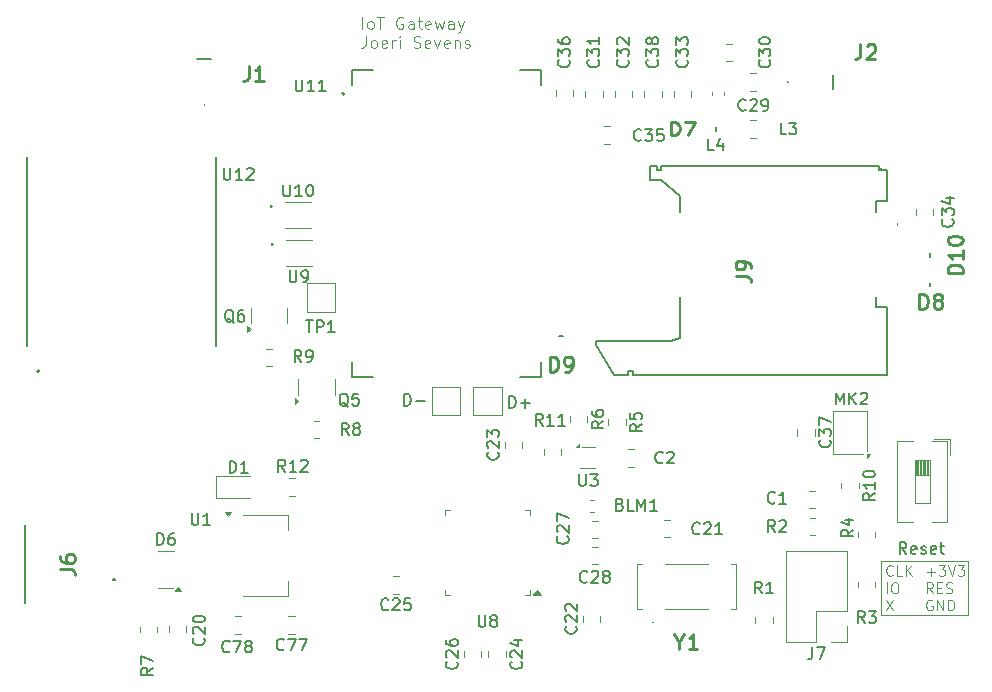
<source format=gbr>
%TF.GenerationSoftware,KiCad,Pcbnew,8.0.0*%
%TF.CreationDate,2024-10-31T15:18:53+01:00*%
%TF.ProjectId,gateway_design_kicad,67617465-7761-4795-9f64-657369676e5f,rev?*%
%TF.SameCoordinates,Original*%
%TF.FileFunction,Legend,Top*%
%TF.FilePolarity,Positive*%
%FSLAX46Y46*%
G04 Gerber Fmt 4.6, Leading zero omitted, Abs format (unit mm)*
G04 Created by KiCad (PCBNEW 8.0.0) date 2024-10-31 15:18:53*
%MOMM*%
%LPD*%
G01*
G04 APERTURE LIST*
%ADD10C,0.100000*%
%ADD11C,0.150000*%
%ADD12C,0.254000*%
%ADD13C,0.120000*%
%ADD14C,0.200000*%
%ADD15C,0.127000*%
G04 APERTURE END LIST*
D10*
X156850000Y-103750000D02*
X164200000Y-103750000D01*
X164200000Y-108250000D01*
X156850000Y-108250000D01*
X156850000Y-103750000D01*
X157794360Y-104901042D02*
X157751503Y-104943900D01*
X157751503Y-104943900D02*
X157622931Y-104986757D01*
X157622931Y-104986757D02*
X157537217Y-104986757D01*
X157537217Y-104986757D02*
X157408646Y-104943900D01*
X157408646Y-104943900D02*
X157322931Y-104858185D01*
X157322931Y-104858185D02*
X157280074Y-104772471D01*
X157280074Y-104772471D02*
X157237217Y-104601042D01*
X157237217Y-104601042D02*
X157237217Y-104472471D01*
X157237217Y-104472471D02*
X157280074Y-104301042D01*
X157280074Y-104301042D02*
X157322931Y-104215328D01*
X157322931Y-104215328D02*
X157408646Y-104129614D01*
X157408646Y-104129614D02*
X157537217Y-104086757D01*
X157537217Y-104086757D02*
X157622931Y-104086757D01*
X157622931Y-104086757D02*
X157751503Y-104129614D01*
X157751503Y-104129614D02*
X157794360Y-104172471D01*
X158608646Y-104986757D02*
X158180074Y-104986757D01*
X158180074Y-104986757D02*
X158180074Y-104086757D01*
X158908645Y-104986757D02*
X158908645Y-104086757D01*
X159422931Y-104986757D02*
X159037217Y-104472471D01*
X159422931Y-104086757D02*
X158908645Y-104601042D01*
X160665788Y-104643900D02*
X161351503Y-104643900D01*
X161008645Y-104986757D02*
X161008645Y-104301042D01*
X161694360Y-104086757D02*
X162251503Y-104086757D01*
X162251503Y-104086757D02*
X161951503Y-104429614D01*
X161951503Y-104429614D02*
X162080074Y-104429614D01*
X162080074Y-104429614D02*
X162165789Y-104472471D01*
X162165789Y-104472471D02*
X162208646Y-104515328D01*
X162208646Y-104515328D02*
X162251503Y-104601042D01*
X162251503Y-104601042D02*
X162251503Y-104815328D01*
X162251503Y-104815328D02*
X162208646Y-104901042D01*
X162208646Y-104901042D02*
X162165789Y-104943900D01*
X162165789Y-104943900D02*
X162080074Y-104986757D01*
X162080074Y-104986757D02*
X161822931Y-104986757D01*
X161822931Y-104986757D02*
X161737217Y-104943900D01*
X161737217Y-104943900D02*
X161694360Y-104901042D01*
X162508646Y-104086757D02*
X162808646Y-104986757D01*
X162808646Y-104986757D02*
X163108646Y-104086757D01*
X163322932Y-104086757D02*
X163880075Y-104086757D01*
X163880075Y-104086757D02*
X163580075Y-104429614D01*
X163580075Y-104429614D02*
X163708646Y-104429614D01*
X163708646Y-104429614D02*
X163794361Y-104472471D01*
X163794361Y-104472471D02*
X163837218Y-104515328D01*
X163837218Y-104515328D02*
X163880075Y-104601042D01*
X163880075Y-104601042D02*
X163880075Y-104815328D01*
X163880075Y-104815328D02*
X163837218Y-104901042D01*
X163837218Y-104901042D02*
X163794361Y-104943900D01*
X163794361Y-104943900D02*
X163708646Y-104986757D01*
X163708646Y-104986757D02*
X163451503Y-104986757D01*
X163451503Y-104986757D02*
X163365789Y-104943900D01*
X163365789Y-104943900D02*
X163322932Y-104901042D01*
X157280074Y-106435707D02*
X157280074Y-105535707D01*
X157880074Y-105535707D02*
X158051502Y-105535707D01*
X158051502Y-105535707D02*
X158137217Y-105578564D01*
X158137217Y-105578564D02*
X158222931Y-105664278D01*
X158222931Y-105664278D02*
X158265788Y-105835707D01*
X158265788Y-105835707D02*
X158265788Y-106135707D01*
X158265788Y-106135707D02*
X158222931Y-106307135D01*
X158222931Y-106307135D02*
X158137217Y-106392850D01*
X158137217Y-106392850D02*
X158051502Y-106435707D01*
X158051502Y-106435707D02*
X157880074Y-106435707D01*
X157880074Y-106435707D02*
X157794360Y-106392850D01*
X157794360Y-106392850D02*
X157708645Y-106307135D01*
X157708645Y-106307135D02*
X157665788Y-106135707D01*
X157665788Y-106135707D02*
X157665788Y-105835707D01*
X157665788Y-105835707D02*
X157708645Y-105664278D01*
X157708645Y-105664278D02*
X157794360Y-105578564D01*
X157794360Y-105578564D02*
X157880074Y-105535707D01*
X161180074Y-106435707D02*
X160880074Y-106007135D01*
X160665788Y-106435707D02*
X160665788Y-105535707D01*
X160665788Y-105535707D02*
X161008645Y-105535707D01*
X161008645Y-105535707D02*
X161094360Y-105578564D01*
X161094360Y-105578564D02*
X161137217Y-105621421D01*
X161137217Y-105621421D02*
X161180074Y-105707135D01*
X161180074Y-105707135D02*
X161180074Y-105835707D01*
X161180074Y-105835707D02*
X161137217Y-105921421D01*
X161137217Y-105921421D02*
X161094360Y-105964278D01*
X161094360Y-105964278D02*
X161008645Y-106007135D01*
X161008645Y-106007135D02*
X160665788Y-106007135D01*
X161565788Y-105964278D02*
X161865788Y-105964278D01*
X161994360Y-106435707D02*
X161565788Y-106435707D01*
X161565788Y-106435707D02*
X161565788Y-105535707D01*
X161565788Y-105535707D02*
X161994360Y-105535707D01*
X162337217Y-106392850D02*
X162465789Y-106435707D01*
X162465789Y-106435707D02*
X162680074Y-106435707D01*
X162680074Y-106435707D02*
X162765789Y-106392850D01*
X162765789Y-106392850D02*
X162808646Y-106349992D01*
X162808646Y-106349992D02*
X162851503Y-106264278D01*
X162851503Y-106264278D02*
X162851503Y-106178564D01*
X162851503Y-106178564D02*
X162808646Y-106092850D01*
X162808646Y-106092850D02*
X162765789Y-106049992D01*
X162765789Y-106049992D02*
X162680074Y-106007135D01*
X162680074Y-106007135D02*
X162508646Y-105964278D01*
X162508646Y-105964278D02*
X162422931Y-105921421D01*
X162422931Y-105921421D02*
X162380074Y-105878564D01*
X162380074Y-105878564D02*
X162337217Y-105792850D01*
X162337217Y-105792850D02*
X162337217Y-105707135D01*
X162337217Y-105707135D02*
X162380074Y-105621421D01*
X162380074Y-105621421D02*
X162422931Y-105578564D01*
X162422931Y-105578564D02*
X162508646Y-105535707D01*
X162508646Y-105535707D02*
X162722931Y-105535707D01*
X162722931Y-105535707D02*
X162851503Y-105578564D01*
X157194360Y-106984657D02*
X157794360Y-107884657D01*
X157794360Y-106984657D02*
X157194360Y-107884657D01*
X161137217Y-107027514D02*
X161051503Y-106984657D01*
X161051503Y-106984657D02*
X160922931Y-106984657D01*
X160922931Y-106984657D02*
X160794360Y-107027514D01*
X160794360Y-107027514D02*
X160708645Y-107113228D01*
X160708645Y-107113228D02*
X160665788Y-107198942D01*
X160665788Y-107198942D02*
X160622931Y-107370371D01*
X160622931Y-107370371D02*
X160622931Y-107498942D01*
X160622931Y-107498942D02*
X160665788Y-107670371D01*
X160665788Y-107670371D02*
X160708645Y-107756085D01*
X160708645Y-107756085D02*
X160794360Y-107841800D01*
X160794360Y-107841800D02*
X160922931Y-107884657D01*
X160922931Y-107884657D02*
X161008645Y-107884657D01*
X161008645Y-107884657D02*
X161137217Y-107841800D01*
X161137217Y-107841800D02*
X161180074Y-107798942D01*
X161180074Y-107798942D02*
X161180074Y-107498942D01*
X161180074Y-107498942D02*
X161008645Y-107498942D01*
X161565788Y-107884657D02*
X161565788Y-106984657D01*
X161565788Y-106984657D02*
X162080074Y-107884657D01*
X162080074Y-107884657D02*
X162080074Y-106984657D01*
X162508645Y-107884657D02*
X162508645Y-106984657D01*
X162508645Y-106984657D02*
X162722931Y-106984657D01*
X162722931Y-106984657D02*
X162851502Y-107027514D01*
X162851502Y-107027514D02*
X162937217Y-107113228D01*
X162937217Y-107113228D02*
X162980074Y-107198942D01*
X162980074Y-107198942D02*
X163022931Y-107370371D01*
X163022931Y-107370371D02*
X163022931Y-107498942D01*
X163022931Y-107498942D02*
X162980074Y-107670371D01*
X162980074Y-107670371D02*
X162937217Y-107756085D01*
X162937217Y-107756085D02*
X162851502Y-107841800D01*
X162851502Y-107841800D02*
X162722931Y-107884657D01*
X162722931Y-107884657D02*
X162508645Y-107884657D01*
X112903884Y-58662475D02*
X112903884Y-57662475D01*
X113522931Y-58662475D02*
X113427693Y-58614856D01*
X113427693Y-58614856D02*
X113380074Y-58567236D01*
X113380074Y-58567236D02*
X113332455Y-58471998D01*
X113332455Y-58471998D02*
X113332455Y-58186284D01*
X113332455Y-58186284D02*
X113380074Y-58091046D01*
X113380074Y-58091046D02*
X113427693Y-58043427D01*
X113427693Y-58043427D02*
X113522931Y-57995808D01*
X113522931Y-57995808D02*
X113665788Y-57995808D01*
X113665788Y-57995808D02*
X113761026Y-58043427D01*
X113761026Y-58043427D02*
X113808645Y-58091046D01*
X113808645Y-58091046D02*
X113856264Y-58186284D01*
X113856264Y-58186284D02*
X113856264Y-58471998D01*
X113856264Y-58471998D02*
X113808645Y-58567236D01*
X113808645Y-58567236D02*
X113761026Y-58614856D01*
X113761026Y-58614856D02*
X113665788Y-58662475D01*
X113665788Y-58662475D02*
X113522931Y-58662475D01*
X114141979Y-57662475D02*
X114713407Y-57662475D01*
X114427693Y-58662475D02*
X114427693Y-57662475D01*
X116332455Y-57710094D02*
X116237217Y-57662475D01*
X116237217Y-57662475D02*
X116094360Y-57662475D01*
X116094360Y-57662475D02*
X115951503Y-57710094D01*
X115951503Y-57710094D02*
X115856265Y-57805332D01*
X115856265Y-57805332D02*
X115808646Y-57900570D01*
X115808646Y-57900570D02*
X115761027Y-58091046D01*
X115761027Y-58091046D02*
X115761027Y-58233903D01*
X115761027Y-58233903D02*
X115808646Y-58424379D01*
X115808646Y-58424379D02*
X115856265Y-58519617D01*
X115856265Y-58519617D02*
X115951503Y-58614856D01*
X115951503Y-58614856D02*
X116094360Y-58662475D01*
X116094360Y-58662475D02*
X116189598Y-58662475D01*
X116189598Y-58662475D02*
X116332455Y-58614856D01*
X116332455Y-58614856D02*
X116380074Y-58567236D01*
X116380074Y-58567236D02*
X116380074Y-58233903D01*
X116380074Y-58233903D02*
X116189598Y-58233903D01*
X117237217Y-58662475D02*
X117237217Y-58138665D01*
X117237217Y-58138665D02*
X117189598Y-58043427D01*
X117189598Y-58043427D02*
X117094360Y-57995808D01*
X117094360Y-57995808D02*
X116903884Y-57995808D01*
X116903884Y-57995808D02*
X116808646Y-58043427D01*
X117237217Y-58614856D02*
X117141979Y-58662475D01*
X117141979Y-58662475D02*
X116903884Y-58662475D01*
X116903884Y-58662475D02*
X116808646Y-58614856D01*
X116808646Y-58614856D02*
X116761027Y-58519617D01*
X116761027Y-58519617D02*
X116761027Y-58424379D01*
X116761027Y-58424379D02*
X116808646Y-58329141D01*
X116808646Y-58329141D02*
X116903884Y-58281522D01*
X116903884Y-58281522D02*
X117141979Y-58281522D01*
X117141979Y-58281522D02*
X117237217Y-58233903D01*
X117570551Y-57995808D02*
X117951503Y-57995808D01*
X117713408Y-57662475D02*
X117713408Y-58519617D01*
X117713408Y-58519617D02*
X117761027Y-58614856D01*
X117761027Y-58614856D02*
X117856265Y-58662475D01*
X117856265Y-58662475D02*
X117951503Y-58662475D01*
X118665789Y-58614856D02*
X118570551Y-58662475D01*
X118570551Y-58662475D02*
X118380075Y-58662475D01*
X118380075Y-58662475D02*
X118284837Y-58614856D01*
X118284837Y-58614856D02*
X118237218Y-58519617D01*
X118237218Y-58519617D02*
X118237218Y-58138665D01*
X118237218Y-58138665D02*
X118284837Y-58043427D01*
X118284837Y-58043427D02*
X118380075Y-57995808D01*
X118380075Y-57995808D02*
X118570551Y-57995808D01*
X118570551Y-57995808D02*
X118665789Y-58043427D01*
X118665789Y-58043427D02*
X118713408Y-58138665D01*
X118713408Y-58138665D02*
X118713408Y-58233903D01*
X118713408Y-58233903D02*
X118237218Y-58329141D01*
X119046742Y-57995808D02*
X119237218Y-58662475D01*
X119237218Y-58662475D02*
X119427694Y-58186284D01*
X119427694Y-58186284D02*
X119618170Y-58662475D01*
X119618170Y-58662475D02*
X119808646Y-57995808D01*
X120618170Y-58662475D02*
X120618170Y-58138665D01*
X120618170Y-58138665D02*
X120570551Y-58043427D01*
X120570551Y-58043427D02*
X120475313Y-57995808D01*
X120475313Y-57995808D02*
X120284837Y-57995808D01*
X120284837Y-57995808D02*
X120189599Y-58043427D01*
X120618170Y-58614856D02*
X120522932Y-58662475D01*
X120522932Y-58662475D02*
X120284837Y-58662475D01*
X120284837Y-58662475D02*
X120189599Y-58614856D01*
X120189599Y-58614856D02*
X120141980Y-58519617D01*
X120141980Y-58519617D02*
X120141980Y-58424379D01*
X120141980Y-58424379D02*
X120189599Y-58329141D01*
X120189599Y-58329141D02*
X120284837Y-58281522D01*
X120284837Y-58281522D02*
X120522932Y-58281522D01*
X120522932Y-58281522D02*
X120618170Y-58233903D01*
X120999123Y-57995808D02*
X121237218Y-58662475D01*
X121475313Y-57995808D02*
X121237218Y-58662475D01*
X121237218Y-58662475D02*
X121141980Y-58900570D01*
X121141980Y-58900570D02*
X121094361Y-58948189D01*
X121094361Y-58948189D02*
X120999123Y-58995808D01*
X113189598Y-59272419D02*
X113189598Y-59986704D01*
X113189598Y-59986704D02*
X113141979Y-60129561D01*
X113141979Y-60129561D02*
X113046741Y-60224800D01*
X113046741Y-60224800D02*
X112903884Y-60272419D01*
X112903884Y-60272419D02*
X112808646Y-60272419D01*
X113808646Y-60272419D02*
X113713408Y-60224800D01*
X113713408Y-60224800D02*
X113665789Y-60177180D01*
X113665789Y-60177180D02*
X113618170Y-60081942D01*
X113618170Y-60081942D02*
X113618170Y-59796228D01*
X113618170Y-59796228D02*
X113665789Y-59700990D01*
X113665789Y-59700990D02*
X113713408Y-59653371D01*
X113713408Y-59653371D02*
X113808646Y-59605752D01*
X113808646Y-59605752D02*
X113951503Y-59605752D01*
X113951503Y-59605752D02*
X114046741Y-59653371D01*
X114046741Y-59653371D02*
X114094360Y-59700990D01*
X114094360Y-59700990D02*
X114141979Y-59796228D01*
X114141979Y-59796228D02*
X114141979Y-60081942D01*
X114141979Y-60081942D02*
X114094360Y-60177180D01*
X114094360Y-60177180D02*
X114046741Y-60224800D01*
X114046741Y-60224800D02*
X113951503Y-60272419D01*
X113951503Y-60272419D02*
X113808646Y-60272419D01*
X114951503Y-60224800D02*
X114856265Y-60272419D01*
X114856265Y-60272419D02*
X114665789Y-60272419D01*
X114665789Y-60272419D02*
X114570551Y-60224800D01*
X114570551Y-60224800D02*
X114522932Y-60129561D01*
X114522932Y-60129561D02*
X114522932Y-59748609D01*
X114522932Y-59748609D02*
X114570551Y-59653371D01*
X114570551Y-59653371D02*
X114665789Y-59605752D01*
X114665789Y-59605752D02*
X114856265Y-59605752D01*
X114856265Y-59605752D02*
X114951503Y-59653371D01*
X114951503Y-59653371D02*
X114999122Y-59748609D01*
X114999122Y-59748609D02*
X114999122Y-59843847D01*
X114999122Y-59843847D02*
X114522932Y-59939085D01*
X115427694Y-60272419D02*
X115427694Y-59605752D01*
X115427694Y-59796228D02*
X115475313Y-59700990D01*
X115475313Y-59700990D02*
X115522932Y-59653371D01*
X115522932Y-59653371D02*
X115618170Y-59605752D01*
X115618170Y-59605752D02*
X115713408Y-59605752D01*
X116046742Y-60272419D02*
X116046742Y-59605752D01*
X116046742Y-59272419D02*
X115999123Y-59320038D01*
X115999123Y-59320038D02*
X116046742Y-59367657D01*
X116046742Y-59367657D02*
X116094361Y-59320038D01*
X116094361Y-59320038D02*
X116046742Y-59272419D01*
X116046742Y-59272419D02*
X116046742Y-59367657D01*
X117237218Y-60224800D02*
X117380075Y-60272419D01*
X117380075Y-60272419D02*
X117618170Y-60272419D01*
X117618170Y-60272419D02*
X117713408Y-60224800D01*
X117713408Y-60224800D02*
X117761027Y-60177180D01*
X117761027Y-60177180D02*
X117808646Y-60081942D01*
X117808646Y-60081942D02*
X117808646Y-59986704D01*
X117808646Y-59986704D02*
X117761027Y-59891466D01*
X117761027Y-59891466D02*
X117713408Y-59843847D01*
X117713408Y-59843847D02*
X117618170Y-59796228D01*
X117618170Y-59796228D02*
X117427694Y-59748609D01*
X117427694Y-59748609D02*
X117332456Y-59700990D01*
X117332456Y-59700990D02*
X117284837Y-59653371D01*
X117284837Y-59653371D02*
X117237218Y-59558133D01*
X117237218Y-59558133D02*
X117237218Y-59462895D01*
X117237218Y-59462895D02*
X117284837Y-59367657D01*
X117284837Y-59367657D02*
X117332456Y-59320038D01*
X117332456Y-59320038D02*
X117427694Y-59272419D01*
X117427694Y-59272419D02*
X117665789Y-59272419D01*
X117665789Y-59272419D02*
X117808646Y-59320038D01*
X118618170Y-60224800D02*
X118522932Y-60272419D01*
X118522932Y-60272419D02*
X118332456Y-60272419D01*
X118332456Y-60272419D02*
X118237218Y-60224800D01*
X118237218Y-60224800D02*
X118189599Y-60129561D01*
X118189599Y-60129561D02*
X118189599Y-59748609D01*
X118189599Y-59748609D02*
X118237218Y-59653371D01*
X118237218Y-59653371D02*
X118332456Y-59605752D01*
X118332456Y-59605752D02*
X118522932Y-59605752D01*
X118522932Y-59605752D02*
X118618170Y-59653371D01*
X118618170Y-59653371D02*
X118665789Y-59748609D01*
X118665789Y-59748609D02*
X118665789Y-59843847D01*
X118665789Y-59843847D02*
X118189599Y-59939085D01*
X118999123Y-59605752D02*
X119237218Y-60272419D01*
X119237218Y-60272419D02*
X119475313Y-59605752D01*
X120237218Y-60224800D02*
X120141980Y-60272419D01*
X120141980Y-60272419D02*
X119951504Y-60272419D01*
X119951504Y-60272419D02*
X119856266Y-60224800D01*
X119856266Y-60224800D02*
X119808647Y-60129561D01*
X119808647Y-60129561D02*
X119808647Y-59748609D01*
X119808647Y-59748609D02*
X119856266Y-59653371D01*
X119856266Y-59653371D02*
X119951504Y-59605752D01*
X119951504Y-59605752D02*
X120141980Y-59605752D01*
X120141980Y-59605752D02*
X120237218Y-59653371D01*
X120237218Y-59653371D02*
X120284837Y-59748609D01*
X120284837Y-59748609D02*
X120284837Y-59843847D01*
X120284837Y-59843847D02*
X119808647Y-59939085D01*
X120713409Y-59605752D02*
X120713409Y-60272419D01*
X120713409Y-59700990D02*
X120761028Y-59653371D01*
X120761028Y-59653371D02*
X120856266Y-59605752D01*
X120856266Y-59605752D02*
X120999123Y-59605752D01*
X120999123Y-59605752D02*
X121094361Y-59653371D01*
X121094361Y-59653371D02*
X121141980Y-59748609D01*
X121141980Y-59748609D02*
X121141980Y-60272419D01*
X121570552Y-60224800D02*
X121665790Y-60272419D01*
X121665790Y-60272419D02*
X121856266Y-60272419D01*
X121856266Y-60272419D02*
X121951504Y-60224800D01*
X121951504Y-60224800D02*
X121999123Y-60129561D01*
X121999123Y-60129561D02*
X121999123Y-60081942D01*
X121999123Y-60081942D02*
X121951504Y-59986704D01*
X121951504Y-59986704D02*
X121856266Y-59939085D01*
X121856266Y-59939085D02*
X121713409Y-59939085D01*
X121713409Y-59939085D02*
X121618171Y-59891466D01*
X121618171Y-59891466D02*
X121570552Y-59796228D01*
X121570552Y-59796228D02*
X121570552Y-59748609D01*
X121570552Y-59748609D02*
X121618171Y-59653371D01*
X121618171Y-59653371D02*
X121713409Y-59605752D01*
X121713409Y-59605752D02*
X121856266Y-59605752D01*
X121856266Y-59605752D02*
X121951504Y-59653371D01*
D11*
X122738095Y-108304819D02*
X122738095Y-109114342D01*
X122738095Y-109114342D02*
X122785714Y-109209580D01*
X122785714Y-109209580D02*
X122833333Y-109257200D01*
X122833333Y-109257200D02*
X122928571Y-109304819D01*
X122928571Y-109304819D02*
X123119047Y-109304819D01*
X123119047Y-109304819D02*
X123214285Y-109257200D01*
X123214285Y-109257200D02*
X123261904Y-109209580D01*
X123261904Y-109209580D02*
X123309523Y-109114342D01*
X123309523Y-109114342D02*
X123309523Y-108304819D01*
X123928571Y-108733390D02*
X123833333Y-108685771D01*
X123833333Y-108685771D02*
X123785714Y-108638152D01*
X123785714Y-108638152D02*
X123738095Y-108542914D01*
X123738095Y-108542914D02*
X123738095Y-108495295D01*
X123738095Y-108495295D02*
X123785714Y-108400057D01*
X123785714Y-108400057D02*
X123833333Y-108352438D01*
X123833333Y-108352438D02*
X123928571Y-108304819D01*
X123928571Y-108304819D02*
X124119047Y-108304819D01*
X124119047Y-108304819D02*
X124214285Y-108352438D01*
X124214285Y-108352438D02*
X124261904Y-108400057D01*
X124261904Y-108400057D02*
X124309523Y-108495295D01*
X124309523Y-108495295D02*
X124309523Y-108542914D01*
X124309523Y-108542914D02*
X124261904Y-108638152D01*
X124261904Y-108638152D02*
X124214285Y-108685771D01*
X124214285Y-108685771D02*
X124119047Y-108733390D01*
X124119047Y-108733390D02*
X123928571Y-108733390D01*
X123928571Y-108733390D02*
X123833333Y-108781009D01*
X123833333Y-108781009D02*
X123785714Y-108828628D01*
X123785714Y-108828628D02*
X123738095Y-108923866D01*
X123738095Y-108923866D02*
X123738095Y-109114342D01*
X123738095Y-109114342D02*
X123785714Y-109209580D01*
X123785714Y-109209580D02*
X123833333Y-109257200D01*
X123833333Y-109257200D02*
X123928571Y-109304819D01*
X123928571Y-109304819D02*
X124119047Y-109304819D01*
X124119047Y-109304819D02*
X124214285Y-109257200D01*
X124214285Y-109257200D02*
X124261904Y-109209580D01*
X124261904Y-109209580D02*
X124309523Y-109114342D01*
X124309523Y-109114342D02*
X124309523Y-108923866D01*
X124309523Y-108923866D02*
X124261904Y-108828628D01*
X124261904Y-108828628D02*
X124214285Y-108781009D01*
X124214285Y-108781009D02*
X124119047Y-108733390D01*
X152990476Y-90454819D02*
X152990476Y-89454819D01*
X152990476Y-89454819D02*
X153323809Y-90169104D01*
X153323809Y-90169104D02*
X153657142Y-89454819D01*
X153657142Y-89454819D02*
X153657142Y-90454819D01*
X154133333Y-90454819D02*
X154133333Y-89454819D01*
X154704761Y-90454819D02*
X154276190Y-89883390D01*
X154704761Y-89454819D02*
X154133333Y-90026247D01*
X155085714Y-89550057D02*
X155133333Y-89502438D01*
X155133333Y-89502438D02*
X155228571Y-89454819D01*
X155228571Y-89454819D02*
X155466666Y-89454819D01*
X155466666Y-89454819D02*
X155561904Y-89502438D01*
X155561904Y-89502438D02*
X155609523Y-89550057D01*
X155609523Y-89550057D02*
X155657142Y-89645295D01*
X155657142Y-89645295D02*
X155657142Y-89740533D01*
X155657142Y-89740533D02*
X155609523Y-89883390D01*
X155609523Y-89883390D02*
X155038095Y-90454819D01*
X155038095Y-90454819D02*
X155657142Y-90454819D01*
X106738095Y-79104819D02*
X106738095Y-79914342D01*
X106738095Y-79914342D02*
X106785714Y-80009580D01*
X106785714Y-80009580D02*
X106833333Y-80057200D01*
X106833333Y-80057200D02*
X106928571Y-80104819D01*
X106928571Y-80104819D02*
X107119047Y-80104819D01*
X107119047Y-80104819D02*
X107214285Y-80057200D01*
X107214285Y-80057200D02*
X107261904Y-80009580D01*
X107261904Y-80009580D02*
X107309523Y-79914342D01*
X107309523Y-79914342D02*
X107309523Y-79104819D01*
X107833333Y-80104819D02*
X108023809Y-80104819D01*
X108023809Y-80104819D02*
X108119047Y-80057200D01*
X108119047Y-80057200D02*
X108166666Y-80009580D01*
X108166666Y-80009580D02*
X108261904Y-79866723D01*
X108261904Y-79866723D02*
X108309523Y-79676247D01*
X108309523Y-79676247D02*
X108309523Y-79295295D01*
X108309523Y-79295295D02*
X108261904Y-79200057D01*
X108261904Y-79200057D02*
X108214285Y-79152438D01*
X108214285Y-79152438D02*
X108119047Y-79104819D01*
X108119047Y-79104819D02*
X107928571Y-79104819D01*
X107928571Y-79104819D02*
X107833333Y-79152438D01*
X107833333Y-79152438D02*
X107785714Y-79200057D01*
X107785714Y-79200057D02*
X107738095Y-79295295D01*
X107738095Y-79295295D02*
X107738095Y-79533390D01*
X107738095Y-79533390D02*
X107785714Y-79628628D01*
X107785714Y-79628628D02*
X107833333Y-79676247D01*
X107833333Y-79676247D02*
X107928571Y-79723866D01*
X107928571Y-79723866D02*
X108119047Y-79723866D01*
X108119047Y-79723866D02*
X108214285Y-79676247D01*
X108214285Y-79676247D02*
X108261904Y-79628628D01*
X108261904Y-79628628D02*
X108309523Y-79533390D01*
X95514405Y-102354819D02*
X95514405Y-101354819D01*
X95514405Y-101354819D02*
X95752500Y-101354819D01*
X95752500Y-101354819D02*
X95895357Y-101402438D01*
X95895357Y-101402438D02*
X95990595Y-101497676D01*
X95990595Y-101497676D02*
X96038214Y-101592914D01*
X96038214Y-101592914D02*
X96085833Y-101783390D01*
X96085833Y-101783390D02*
X96085833Y-101926247D01*
X96085833Y-101926247D02*
X96038214Y-102116723D01*
X96038214Y-102116723D02*
X95990595Y-102211961D01*
X95990595Y-102211961D02*
X95895357Y-102307200D01*
X95895357Y-102307200D02*
X95752500Y-102354819D01*
X95752500Y-102354819D02*
X95514405Y-102354819D01*
X96942976Y-101354819D02*
X96752500Y-101354819D01*
X96752500Y-101354819D02*
X96657262Y-101402438D01*
X96657262Y-101402438D02*
X96609643Y-101450057D01*
X96609643Y-101450057D02*
X96514405Y-101592914D01*
X96514405Y-101592914D02*
X96466786Y-101783390D01*
X96466786Y-101783390D02*
X96466786Y-102164342D01*
X96466786Y-102164342D02*
X96514405Y-102259580D01*
X96514405Y-102259580D02*
X96562024Y-102307200D01*
X96562024Y-102307200D02*
X96657262Y-102354819D01*
X96657262Y-102354819D02*
X96847738Y-102354819D01*
X96847738Y-102354819D02*
X96942976Y-102307200D01*
X96942976Y-102307200D02*
X96990595Y-102259580D01*
X96990595Y-102259580D02*
X97038214Y-102164342D01*
X97038214Y-102164342D02*
X97038214Y-101926247D01*
X97038214Y-101926247D02*
X96990595Y-101831009D01*
X96990595Y-101831009D02*
X96942976Y-101783390D01*
X96942976Y-101783390D02*
X96847738Y-101735771D01*
X96847738Y-101735771D02*
X96657262Y-101735771D01*
X96657262Y-101735771D02*
X96562024Y-101783390D01*
X96562024Y-101783390D02*
X96514405Y-101831009D01*
X96514405Y-101831009D02*
X96466786Y-101926247D01*
X162859580Y-74792857D02*
X162907200Y-74840476D01*
X162907200Y-74840476D02*
X162954819Y-74983333D01*
X162954819Y-74983333D02*
X162954819Y-75078571D01*
X162954819Y-75078571D02*
X162907200Y-75221428D01*
X162907200Y-75221428D02*
X162811961Y-75316666D01*
X162811961Y-75316666D02*
X162716723Y-75364285D01*
X162716723Y-75364285D02*
X162526247Y-75411904D01*
X162526247Y-75411904D02*
X162383390Y-75411904D01*
X162383390Y-75411904D02*
X162192914Y-75364285D01*
X162192914Y-75364285D02*
X162097676Y-75316666D01*
X162097676Y-75316666D02*
X162002438Y-75221428D01*
X162002438Y-75221428D02*
X161954819Y-75078571D01*
X161954819Y-75078571D02*
X161954819Y-74983333D01*
X161954819Y-74983333D02*
X162002438Y-74840476D01*
X162002438Y-74840476D02*
X162050057Y-74792857D01*
X161954819Y-74459523D02*
X161954819Y-73840476D01*
X161954819Y-73840476D02*
X162335771Y-74173809D01*
X162335771Y-74173809D02*
X162335771Y-74030952D01*
X162335771Y-74030952D02*
X162383390Y-73935714D01*
X162383390Y-73935714D02*
X162431009Y-73888095D01*
X162431009Y-73888095D02*
X162526247Y-73840476D01*
X162526247Y-73840476D02*
X162764342Y-73840476D01*
X162764342Y-73840476D02*
X162859580Y-73888095D01*
X162859580Y-73888095D02*
X162907200Y-73935714D01*
X162907200Y-73935714D02*
X162954819Y-74030952D01*
X162954819Y-74030952D02*
X162954819Y-74316666D01*
X162954819Y-74316666D02*
X162907200Y-74411904D01*
X162907200Y-74411904D02*
X162859580Y-74459523D01*
X162288152Y-72983333D02*
X162954819Y-72983333D01*
X161907200Y-73221428D02*
X162621485Y-73459523D01*
X162621485Y-73459523D02*
X162621485Y-72840476D01*
X95154819Y-112766666D02*
X94678628Y-113099999D01*
X95154819Y-113338094D02*
X94154819Y-113338094D01*
X94154819Y-113338094D02*
X94154819Y-112957142D01*
X94154819Y-112957142D02*
X94202438Y-112861904D01*
X94202438Y-112861904D02*
X94250057Y-112814285D01*
X94250057Y-112814285D02*
X94345295Y-112766666D01*
X94345295Y-112766666D02*
X94488152Y-112766666D01*
X94488152Y-112766666D02*
X94583390Y-112814285D01*
X94583390Y-112814285D02*
X94631009Y-112861904D01*
X94631009Y-112861904D02*
X94678628Y-112957142D01*
X94678628Y-112957142D02*
X94678628Y-113338094D01*
X94154819Y-112433332D02*
X94154819Y-111766666D01*
X94154819Y-111766666D02*
X95154819Y-112195237D01*
D12*
X155076667Y-59954318D02*
X155076667Y-60861461D01*
X155076667Y-60861461D02*
X155016190Y-61042889D01*
X155016190Y-61042889D02*
X154895238Y-61163842D01*
X154895238Y-61163842D02*
X154713809Y-61224318D01*
X154713809Y-61224318D02*
X154592857Y-61224318D01*
X155620952Y-60075270D02*
X155681428Y-60014794D01*
X155681428Y-60014794D02*
X155802381Y-59954318D01*
X155802381Y-59954318D02*
X156104762Y-59954318D01*
X156104762Y-59954318D02*
X156225714Y-60014794D01*
X156225714Y-60014794D02*
X156286190Y-60075270D01*
X156286190Y-60075270D02*
X156346667Y-60196222D01*
X156346667Y-60196222D02*
X156346667Y-60317175D01*
X156346667Y-60317175D02*
X156286190Y-60498603D01*
X156286190Y-60498603D02*
X155560476Y-61224318D01*
X155560476Y-61224318D02*
X156346667Y-61224318D01*
D11*
X134719047Y-98931009D02*
X134861904Y-98978628D01*
X134861904Y-98978628D02*
X134909523Y-99026247D01*
X134909523Y-99026247D02*
X134957142Y-99121485D01*
X134957142Y-99121485D02*
X134957142Y-99264342D01*
X134957142Y-99264342D02*
X134909523Y-99359580D01*
X134909523Y-99359580D02*
X134861904Y-99407200D01*
X134861904Y-99407200D02*
X134766666Y-99454819D01*
X134766666Y-99454819D02*
X134385714Y-99454819D01*
X134385714Y-99454819D02*
X134385714Y-98454819D01*
X134385714Y-98454819D02*
X134719047Y-98454819D01*
X134719047Y-98454819D02*
X134814285Y-98502438D01*
X134814285Y-98502438D02*
X134861904Y-98550057D01*
X134861904Y-98550057D02*
X134909523Y-98645295D01*
X134909523Y-98645295D02*
X134909523Y-98740533D01*
X134909523Y-98740533D02*
X134861904Y-98835771D01*
X134861904Y-98835771D02*
X134814285Y-98883390D01*
X134814285Y-98883390D02*
X134719047Y-98931009D01*
X134719047Y-98931009D02*
X134385714Y-98931009D01*
X135861904Y-99454819D02*
X135385714Y-99454819D01*
X135385714Y-99454819D02*
X135385714Y-98454819D01*
X136195238Y-99454819D02*
X136195238Y-98454819D01*
X136195238Y-98454819D02*
X136528571Y-99169104D01*
X136528571Y-99169104D02*
X136861904Y-98454819D01*
X136861904Y-98454819D02*
X136861904Y-99454819D01*
X137861904Y-99454819D02*
X137290476Y-99454819D01*
X137576190Y-99454819D02*
X137576190Y-98454819D01*
X137576190Y-98454819D02*
X137480952Y-98597676D01*
X137480952Y-98597676D02*
X137385714Y-98692914D01*
X137385714Y-98692914D02*
X137290476Y-98740533D01*
X106257142Y-111189580D02*
X106209523Y-111237200D01*
X106209523Y-111237200D02*
X106066666Y-111284819D01*
X106066666Y-111284819D02*
X105971428Y-111284819D01*
X105971428Y-111284819D02*
X105828571Y-111237200D01*
X105828571Y-111237200D02*
X105733333Y-111141961D01*
X105733333Y-111141961D02*
X105685714Y-111046723D01*
X105685714Y-111046723D02*
X105638095Y-110856247D01*
X105638095Y-110856247D02*
X105638095Y-110713390D01*
X105638095Y-110713390D02*
X105685714Y-110522914D01*
X105685714Y-110522914D02*
X105733333Y-110427676D01*
X105733333Y-110427676D02*
X105828571Y-110332438D01*
X105828571Y-110332438D02*
X105971428Y-110284819D01*
X105971428Y-110284819D02*
X106066666Y-110284819D01*
X106066666Y-110284819D02*
X106209523Y-110332438D01*
X106209523Y-110332438D02*
X106257142Y-110380057D01*
X106590476Y-110284819D02*
X107257142Y-110284819D01*
X107257142Y-110284819D02*
X106828571Y-111284819D01*
X107542857Y-110284819D02*
X108209523Y-110284819D01*
X108209523Y-110284819D02*
X107780952Y-111284819D01*
X138333333Y-95359580D02*
X138285714Y-95407200D01*
X138285714Y-95407200D02*
X138142857Y-95454819D01*
X138142857Y-95454819D02*
X138047619Y-95454819D01*
X138047619Y-95454819D02*
X137904762Y-95407200D01*
X137904762Y-95407200D02*
X137809524Y-95311961D01*
X137809524Y-95311961D02*
X137761905Y-95216723D01*
X137761905Y-95216723D02*
X137714286Y-95026247D01*
X137714286Y-95026247D02*
X137714286Y-94883390D01*
X137714286Y-94883390D02*
X137761905Y-94692914D01*
X137761905Y-94692914D02*
X137809524Y-94597676D01*
X137809524Y-94597676D02*
X137904762Y-94502438D01*
X137904762Y-94502438D02*
X138047619Y-94454819D01*
X138047619Y-94454819D02*
X138142857Y-94454819D01*
X138142857Y-94454819D02*
X138285714Y-94502438D01*
X138285714Y-94502438D02*
X138333333Y-94550057D01*
X138714286Y-94550057D02*
X138761905Y-94502438D01*
X138761905Y-94502438D02*
X138857143Y-94454819D01*
X138857143Y-94454819D02*
X139095238Y-94454819D01*
X139095238Y-94454819D02*
X139190476Y-94502438D01*
X139190476Y-94502438D02*
X139238095Y-94550057D01*
X139238095Y-94550057D02*
X139285714Y-94645295D01*
X139285714Y-94645295D02*
X139285714Y-94740533D01*
X139285714Y-94740533D02*
X139238095Y-94883390D01*
X139238095Y-94883390D02*
X138666667Y-95454819D01*
X138666667Y-95454819D02*
X139285714Y-95454819D01*
X130259580Y-101642857D02*
X130307200Y-101690476D01*
X130307200Y-101690476D02*
X130354819Y-101833333D01*
X130354819Y-101833333D02*
X130354819Y-101928571D01*
X130354819Y-101928571D02*
X130307200Y-102071428D01*
X130307200Y-102071428D02*
X130211961Y-102166666D01*
X130211961Y-102166666D02*
X130116723Y-102214285D01*
X130116723Y-102214285D02*
X129926247Y-102261904D01*
X129926247Y-102261904D02*
X129783390Y-102261904D01*
X129783390Y-102261904D02*
X129592914Y-102214285D01*
X129592914Y-102214285D02*
X129497676Y-102166666D01*
X129497676Y-102166666D02*
X129402438Y-102071428D01*
X129402438Y-102071428D02*
X129354819Y-101928571D01*
X129354819Y-101928571D02*
X129354819Y-101833333D01*
X129354819Y-101833333D02*
X129402438Y-101690476D01*
X129402438Y-101690476D02*
X129450057Y-101642857D01*
X129450057Y-101261904D02*
X129402438Y-101214285D01*
X129402438Y-101214285D02*
X129354819Y-101119047D01*
X129354819Y-101119047D02*
X129354819Y-100880952D01*
X129354819Y-100880952D02*
X129402438Y-100785714D01*
X129402438Y-100785714D02*
X129450057Y-100738095D01*
X129450057Y-100738095D02*
X129545295Y-100690476D01*
X129545295Y-100690476D02*
X129640533Y-100690476D01*
X129640533Y-100690476D02*
X129783390Y-100738095D01*
X129783390Y-100738095D02*
X130354819Y-101309523D01*
X130354819Y-101309523D02*
X130354819Y-100690476D01*
X129354819Y-100357142D02*
X129354819Y-99690476D01*
X129354819Y-99690476D02*
X130354819Y-100119047D01*
X101161905Y-70454819D02*
X101161905Y-71264342D01*
X101161905Y-71264342D02*
X101209524Y-71359580D01*
X101209524Y-71359580D02*
X101257143Y-71407200D01*
X101257143Y-71407200D02*
X101352381Y-71454819D01*
X101352381Y-71454819D02*
X101542857Y-71454819D01*
X101542857Y-71454819D02*
X101638095Y-71407200D01*
X101638095Y-71407200D02*
X101685714Y-71359580D01*
X101685714Y-71359580D02*
X101733333Y-71264342D01*
X101733333Y-71264342D02*
X101733333Y-70454819D01*
X102733333Y-71454819D02*
X102161905Y-71454819D01*
X102447619Y-71454819D02*
X102447619Y-70454819D01*
X102447619Y-70454819D02*
X102352381Y-70597676D01*
X102352381Y-70597676D02*
X102257143Y-70692914D01*
X102257143Y-70692914D02*
X102161905Y-70740533D01*
X103114286Y-70550057D02*
X103161905Y-70502438D01*
X103161905Y-70502438D02*
X103257143Y-70454819D01*
X103257143Y-70454819D02*
X103495238Y-70454819D01*
X103495238Y-70454819D02*
X103590476Y-70502438D01*
X103590476Y-70502438D02*
X103638095Y-70550057D01*
X103638095Y-70550057D02*
X103685714Y-70645295D01*
X103685714Y-70645295D02*
X103685714Y-70740533D01*
X103685714Y-70740533D02*
X103638095Y-70883390D01*
X103638095Y-70883390D02*
X103066667Y-71454819D01*
X103066667Y-71454819D02*
X103685714Y-71454819D01*
X126339580Y-112242857D02*
X126387200Y-112290476D01*
X126387200Y-112290476D02*
X126434819Y-112433333D01*
X126434819Y-112433333D02*
X126434819Y-112528571D01*
X126434819Y-112528571D02*
X126387200Y-112671428D01*
X126387200Y-112671428D02*
X126291961Y-112766666D01*
X126291961Y-112766666D02*
X126196723Y-112814285D01*
X126196723Y-112814285D02*
X126006247Y-112861904D01*
X126006247Y-112861904D02*
X125863390Y-112861904D01*
X125863390Y-112861904D02*
X125672914Y-112814285D01*
X125672914Y-112814285D02*
X125577676Y-112766666D01*
X125577676Y-112766666D02*
X125482438Y-112671428D01*
X125482438Y-112671428D02*
X125434819Y-112528571D01*
X125434819Y-112528571D02*
X125434819Y-112433333D01*
X125434819Y-112433333D02*
X125482438Y-112290476D01*
X125482438Y-112290476D02*
X125530057Y-112242857D01*
X125530057Y-111861904D02*
X125482438Y-111814285D01*
X125482438Y-111814285D02*
X125434819Y-111719047D01*
X125434819Y-111719047D02*
X125434819Y-111480952D01*
X125434819Y-111480952D02*
X125482438Y-111385714D01*
X125482438Y-111385714D02*
X125530057Y-111338095D01*
X125530057Y-111338095D02*
X125625295Y-111290476D01*
X125625295Y-111290476D02*
X125720533Y-111290476D01*
X125720533Y-111290476D02*
X125863390Y-111338095D01*
X125863390Y-111338095D02*
X126434819Y-111909523D01*
X126434819Y-111909523D02*
X126434819Y-111290476D01*
X125768152Y-110433333D02*
X126434819Y-110433333D01*
X125387200Y-110671428D02*
X126101485Y-110909523D01*
X126101485Y-110909523D02*
X126101485Y-110290476D01*
X102004761Y-83550057D02*
X101909523Y-83502438D01*
X101909523Y-83502438D02*
X101814285Y-83407200D01*
X101814285Y-83407200D02*
X101671428Y-83264342D01*
X101671428Y-83264342D02*
X101576190Y-83216723D01*
X101576190Y-83216723D02*
X101480952Y-83216723D01*
X101528571Y-83454819D02*
X101433333Y-83407200D01*
X101433333Y-83407200D02*
X101338095Y-83311961D01*
X101338095Y-83311961D02*
X101290476Y-83121485D01*
X101290476Y-83121485D02*
X101290476Y-82788152D01*
X101290476Y-82788152D02*
X101338095Y-82597676D01*
X101338095Y-82597676D02*
X101433333Y-82502438D01*
X101433333Y-82502438D02*
X101528571Y-82454819D01*
X101528571Y-82454819D02*
X101719047Y-82454819D01*
X101719047Y-82454819D02*
X101814285Y-82502438D01*
X101814285Y-82502438D02*
X101909523Y-82597676D01*
X101909523Y-82597676D02*
X101957142Y-82788152D01*
X101957142Y-82788152D02*
X101957142Y-83121485D01*
X101957142Y-83121485D02*
X101909523Y-83311961D01*
X101909523Y-83311961D02*
X101814285Y-83407200D01*
X101814285Y-83407200D02*
X101719047Y-83454819D01*
X101719047Y-83454819D02*
X101528571Y-83454819D01*
X102814285Y-82454819D02*
X102623809Y-82454819D01*
X102623809Y-82454819D02*
X102528571Y-82502438D01*
X102528571Y-82502438D02*
X102480952Y-82550057D01*
X102480952Y-82550057D02*
X102385714Y-82692914D01*
X102385714Y-82692914D02*
X102338095Y-82883390D01*
X102338095Y-82883390D02*
X102338095Y-83264342D01*
X102338095Y-83264342D02*
X102385714Y-83359580D01*
X102385714Y-83359580D02*
X102433333Y-83407200D01*
X102433333Y-83407200D02*
X102528571Y-83454819D01*
X102528571Y-83454819D02*
X102719047Y-83454819D01*
X102719047Y-83454819D02*
X102814285Y-83407200D01*
X102814285Y-83407200D02*
X102861904Y-83359580D01*
X102861904Y-83359580D02*
X102909523Y-83264342D01*
X102909523Y-83264342D02*
X102909523Y-83026247D01*
X102909523Y-83026247D02*
X102861904Y-82931009D01*
X102861904Y-82931009D02*
X102814285Y-82883390D01*
X102814285Y-82883390D02*
X102719047Y-82835771D01*
X102719047Y-82835771D02*
X102528571Y-82835771D01*
X102528571Y-82835771D02*
X102433333Y-82883390D01*
X102433333Y-82883390D02*
X102385714Y-82931009D01*
X102385714Y-82931009D02*
X102338095Y-83026247D01*
X125319048Y-90754819D02*
X125319048Y-89754819D01*
X125319048Y-89754819D02*
X125557143Y-89754819D01*
X125557143Y-89754819D02*
X125700000Y-89802438D01*
X125700000Y-89802438D02*
X125795238Y-89897676D01*
X125795238Y-89897676D02*
X125842857Y-89992914D01*
X125842857Y-89992914D02*
X125890476Y-90183390D01*
X125890476Y-90183390D02*
X125890476Y-90326247D01*
X125890476Y-90326247D02*
X125842857Y-90516723D01*
X125842857Y-90516723D02*
X125795238Y-90611961D01*
X125795238Y-90611961D02*
X125700000Y-90707200D01*
X125700000Y-90707200D02*
X125557143Y-90754819D01*
X125557143Y-90754819D02*
X125319048Y-90754819D01*
X126319048Y-90373866D02*
X127080953Y-90373866D01*
X126700000Y-90754819D02*
X126700000Y-89992914D01*
D12*
X163724318Y-79342143D02*
X162454318Y-79342143D01*
X162454318Y-79342143D02*
X162454318Y-79039762D01*
X162454318Y-79039762D02*
X162514794Y-78858333D01*
X162514794Y-78858333D02*
X162635746Y-78737381D01*
X162635746Y-78737381D02*
X162756699Y-78676904D01*
X162756699Y-78676904D02*
X162998603Y-78616428D01*
X162998603Y-78616428D02*
X163180032Y-78616428D01*
X163180032Y-78616428D02*
X163421937Y-78676904D01*
X163421937Y-78676904D02*
X163542889Y-78737381D01*
X163542889Y-78737381D02*
X163663842Y-78858333D01*
X163663842Y-78858333D02*
X163724318Y-79039762D01*
X163724318Y-79039762D02*
X163724318Y-79342143D01*
X163724318Y-77406904D02*
X163724318Y-78132619D01*
X163724318Y-77769762D02*
X162454318Y-77769762D01*
X162454318Y-77769762D02*
X162635746Y-77890714D01*
X162635746Y-77890714D02*
X162756699Y-78011666D01*
X162756699Y-78011666D02*
X162817175Y-78132619D01*
X162454318Y-76620714D02*
X162454318Y-76499761D01*
X162454318Y-76499761D02*
X162514794Y-76378809D01*
X162514794Y-76378809D02*
X162575270Y-76318333D01*
X162575270Y-76318333D02*
X162696222Y-76257857D01*
X162696222Y-76257857D02*
X162938127Y-76197380D01*
X162938127Y-76197380D02*
X163240508Y-76197380D01*
X163240508Y-76197380D02*
X163482413Y-76257857D01*
X163482413Y-76257857D02*
X163603365Y-76318333D01*
X163603365Y-76318333D02*
X163663842Y-76378809D01*
X163663842Y-76378809D02*
X163724318Y-76499761D01*
X163724318Y-76499761D02*
X163724318Y-76620714D01*
X163724318Y-76620714D02*
X163663842Y-76741666D01*
X163663842Y-76741666D02*
X163603365Y-76802142D01*
X163603365Y-76802142D02*
X163482413Y-76862619D01*
X163482413Y-76862619D02*
X163240508Y-76923095D01*
X163240508Y-76923095D02*
X162938127Y-76923095D01*
X162938127Y-76923095D02*
X162696222Y-76862619D01*
X162696222Y-76862619D02*
X162575270Y-76802142D01*
X162575270Y-76802142D02*
X162514794Y-76741666D01*
X162514794Y-76741666D02*
X162454318Y-76620714D01*
D11*
X147833333Y-98759580D02*
X147785714Y-98807200D01*
X147785714Y-98807200D02*
X147642857Y-98854819D01*
X147642857Y-98854819D02*
X147547619Y-98854819D01*
X147547619Y-98854819D02*
X147404762Y-98807200D01*
X147404762Y-98807200D02*
X147309524Y-98711961D01*
X147309524Y-98711961D02*
X147261905Y-98616723D01*
X147261905Y-98616723D02*
X147214286Y-98426247D01*
X147214286Y-98426247D02*
X147214286Y-98283390D01*
X147214286Y-98283390D02*
X147261905Y-98092914D01*
X147261905Y-98092914D02*
X147309524Y-97997676D01*
X147309524Y-97997676D02*
X147404762Y-97902438D01*
X147404762Y-97902438D02*
X147547619Y-97854819D01*
X147547619Y-97854819D02*
X147642857Y-97854819D01*
X147642857Y-97854819D02*
X147785714Y-97902438D01*
X147785714Y-97902438D02*
X147833333Y-97950057D01*
X148785714Y-98854819D02*
X148214286Y-98854819D01*
X148500000Y-98854819D02*
X148500000Y-97854819D01*
X148500000Y-97854819D02*
X148404762Y-97997676D01*
X148404762Y-97997676D02*
X148309524Y-98092914D01*
X148309524Y-98092914D02*
X148214286Y-98140533D01*
X131238095Y-96354819D02*
X131238095Y-97164342D01*
X131238095Y-97164342D02*
X131285714Y-97259580D01*
X131285714Y-97259580D02*
X131333333Y-97307200D01*
X131333333Y-97307200D02*
X131428571Y-97354819D01*
X131428571Y-97354819D02*
X131619047Y-97354819D01*
X131619047Y-97354819D02*
X131714285Y-97307200D01*
X131714285Y-97307200D02*
X131761904Y-97259580D01*
X131761904Y-97259580D02*
X131809523Y-97164342D01*
X131809523Y-97164342D02*
X131809523Y-96354819D01*
X132190476Y-96354819D02*
X132809523Y-96354819D01*
X132809523Y-96354819D02*
X132476190Y-96735771D01*
X132476190Y-96735771D02*
X132619047Y-96735771D01*
X132619047Y-96735771D02*
X132714285Y-96783390D01*
X132714285Y-96783390D02*
X132761904Y-96831009D01*
X132761904Y-96831009D02*
X132809523Y-96926247D01*
X132809523Y-96926247D02*
X132809523Y-97164342D01*
X132809523Y-97164342D02*
X132761904Y-97259580D01*
X132761904Y-97259580D02*
X132714285Y-97307200D01*
X132714285Y-97307200D02*
X132619047Y-97354819D01*
X132619047Y-97354819D02*
X132333333Y-97354819D01*
X132333333Y-97354819D02*
X132238095Y-97307200D01*
X132238095Y-97307200D02*
X132190476Y-97259580D01*
D12*
X144504318Y-79573332D02*
X145411461Y-79573332D01*
X145411461Y-79573332D02*
X145592889Y-79633809D01*
X145592889Y-79633809D02*
X145713842Y-79754761D01*
X145713842Y-79754761D02*
X145774318Y-79936190D01*
X145774318Y-79936190D02*
X145774318Y-80057142D01*
X145774318Y-78908094D02*
X145774318Y-78666190D01*
X145774318Y-78666190D02*
X145713842Y-78545237D01*
X145713842Y-78545237D02*
X145653365Y-78484761D01*
X145653365Y-78484761D02*
X145471937Y-78363809D01*
X145471937Y-78363809D02*
X145230032Y-78303332D01*
X145230032Y-78303332D02*
X144746222Y-78303332D01*
X144746222Y-78303332D02*
X144625270Y-78363809D01*
X144625270Y-78363809D02*
X144564794Y-78424285D01*
X144564794Y-78424285D02*
X144504318Y-78545237D01*
X144504318Y-78545237D02*
X144504318Y-78787142D01*
X144504318Y-78787142D02*
X144564794Y-78908094D01*
X144564794Y-78908094D02*
X144625270Y-78968571D01*
X144625270Y-78968571D02*
X144746222Y-79029047D01*
X144746222Y-79029047D02*
X145048603Y-79029047D01*
X145048603Y-79029047D02*
X145169556Y-78968571D01*
X145169556Y-78968571D02*
X145230032Y-78908094D01*
X145230032Y-78908094D02*
X145290508Y-78787142D01*
X145290508Y-78787142D02*
X145290508Y-78545237D01*
X145290508Y-78545237D02*
X145230032Y-78424285D01*
X145230032Y-78424285D02*
X145169556Y-78363809D01*
X145169556Y-78363809D02*
X145048603Y-78303332D01*
D11*
X101661905Y-96254819D02*
X101661905Y-95254819D01*
X101661905Y-95254819D02*
X101900000Y-95254819D01*
X101900000Y-95254819D02*
X102042857Y-95302438D01*
X102042857Y-95302438D02*
X102138095Y-95397676D01*
X102138095Y-95397676D02*
X102185714Y-95492914D01*
X102185714Y-95492914D02*
X102233333Y-95683390D01*
X102233333Y-95683390D02*
X102233333Y-95826247D01*
X102233333Y-95826247D02*
X102185714Y-96016723D01*
X102185714Y-96016723D02*
X102138095Y-96111961D01*
X102138095Y-96111961D02*
X102042857Y-96207200D01*
X102042857Y-96207200D02*
X101900000Y-96254819D01*
X101900000Y-96254819D02*
X101661905Y-96254819D01*
X103185714Y-96254819D02*
X102614286Y-96254819D01*
X102900000Y-96254819D02*
X102900000Y-95254819D01*
X102900000Y-95254819D02*
X102804762Y-95397676D01*
X102804762Y-95397676D02*
X102709524Y-95492914D01*
X102709524Y-95492914D02*
X102614286Y-95540533D01*
X137859580Y-61292857D02*
X137907200Y-61340476D01*
X137907200Y-61340476D02*
X137954819Y-61483333D01*
X137954819Y-61483333D02*
X137954819Y-61578571D01*
X137954819Y-61578571D02*
X137907200Y-61721428D01*
X137907200Y-61721428D02*
X137811961Y-61816666D01*
X137811961Y-61816666D02*
X137716723Y-61864285D01*
X137716723Y-61864285D02*
X137526247Y-61911904D01*
X137526247Y-61911904D02*
X137383390Y-61911904D01*
X137383390Y-61911904D02*
X137192914Y-61864285D01*
X137192914Y-61864285D02*
X137097676Y-61816666D01*
X137097676Y-61816666D02*
X137002438Y-61721428D01*
X137002438Y-61721428D02*
X136954819Y-61578571D01*
X136954819Y-61578571D02*
X136954819Y-61483333D01*
X136954819Y-61483333D02*
X137002438Y-61340476D01*
X137002438Y-61340476D02*
X137050057Y-61292857D01*
X136954819Y-60959523D02*
X136954819Y-60340476D01*
X136954819Y-60340476D02*
X137335771Y-60673809D01*
X137335771Y-60673809D02*
X137335771Y-60530952D01*
X137335771Y-60530952D02*
X137383390Y-60435714D01*
X137383390Y-60435714D02*
X137431009Y-60388095D01*
X137431009Y-60388095D02*
X137526247Y-60340476D01*
X137526247Y-60340476D02*
X137764342Y-60340476D01*
X137764342Y-60340476D02*
X137859580Y-60388095D01*
X137859580Y-60388095D02*
X137907200Y-60435714D01*
X137907200Y-60435714D02*
X137954819Y-60530952D01*
X137954819Y-60530952D02*
X137954819Y-60816666D01*
X137954819Y-60816666D02*
X137907200Y-60911904D01*
X137907200Y-60911904D02*
X137859580Y-60959523D01*
X137383390Y-59769047D02*
X137335771Y-59864285D01*
X137335771Y-59864285D02*
X137288152Y-59911904D01*
X137288152Y-59911904D02*
X137192914Y-59959523D01*
X137192914Y-59959523D02*
X137145295Y-59959523D01*
X137145295Y-59959523D02*
X137050057Y-59911904D01*
X137050057Y-59911904D02*
X137002438Y-59864285D01*
X137002438Y-59864285D02*
X136954819Y-59769047D01*
X136954819Y-59769047D02*
X136954819Y-59578571D01*
X136954819Y-59578571D02*
X137002438Y-59483333D01*
X137002438Y-59483333D02*
X137050057Y-59435714D01*
X137050057Y-59435714D02*
X137145295Y-59388095D01*
X137145295Y-59388095D02*
X137192914Y-59388095D01*
X137192914Y-59388095D02*
X137288152Y-59435714D01*
X137288152Y-59435714D02*
X137335771Y-59483333D01*
X137335771Y-59483333D02*
X137383390Y-59578571D01*
X137383390Y-59578571D02*
X137383390Y-59769047D01*
X137383390Y-59769047D02*
X137431009Y-59864285D01*
X137431009Y-59864285D02*
X137478628Y-59911904D01*
X137478628Y-59911904D02*
X137573866Y-59959523D01*
X137573866Y-59959523D02*
X137764342Y-59959523D01*
X137764342Y-59959523D02*
X137859580Y-59911904D01*
X137859580Y-59911904D02*
X137907200Y-59864285D01*
X137907200Y-59864285D02*
X137954819Y-59769047D01*
X137954819Y-59769047D02*
X137954819Y-59578571D01*
X137954819Y-59578571D02*
X137907200Y-59483333D01*
X137907200Y-59483333D02*
X137859580Y-59435714D01*
X137859580Y-59435714D02*
X137764342Y-59388095D01*
X137764342Y-59388095D02*
X137573866Y-59388095D01*
X137573866Y-59388095D02*
X137478628Y-59435714D01*
X137478628Y-59435714D02*
X137431009Y-59483333D01*
X137431009Y-59483333D02*
X137383390Y-59578571D01*
X135359580Y-61292857D02*
X135407200Y-61340476D01*
X135407200Y-61340476D02*
X135454819Y-61483333D01*
X135454819Y-61483333D02*
X135454819Y-61578571D01*
X135454819Y-61578571D02*
X135407200Y-61721428D01*
X135407200Y-61721428D02*
X135311961Y-61816666D01*
X135311961Y-61816666D02*
X135216723Y-61864285D01*
X135216723Y-61864285D02*
X135026247Y-61911904D01*
X135026247Y-61911904D02*
X134883390Y-61911904D01*
X134883390Y-61911904D02*
X134692914Y-61864285D01*
X134692914Y-61864285D02*
X134597676Y-61816666D01*
X134597676Y-61816666D02*
X134502438Y-61721428D01*
X134502438Y-61721428D02*
X134454819Y-61578571D01*
X134454819Y-61578571D02*
X134454819Y-61483333D01*
X134454819Y-61483333D02*
X134502438Y-61340476D01*
X134502438Y-61340476D02*
X134550057Y-61292857D01*
X134454819Y-60959523D02*
X134454819Y-60340476D01*
X134454819Y-60340476D02*
X134835771Y-60673809D01*
X134835771Y-60673809D02*
X134835771Y-60530952D01*
X134835771Y-60530952D02*
X134883390Y-60435714D01*
X134883390Y-60435714D02*
X134931009Y-60388095D01*
X134931009Y-60388095D02*
X135026247Y-60340476D01*
X135026247Y-60340476D02*
X135264342Y-60340476D01*
X135264342Y-60340476D02*
X135359580Y-60388095D01*
X135359580Y-60388095D02*
X135407200Y-60435714D01*
X135407200Y-60435714D02*
X135454819Y-60530952D01*
X135454819Y-60530952D02*
X135454819Y-60816666D01*
X135454819Y-60816666D02*
X135407200Y-60911904D01*
X135407200Y-60911904D02*
X135359580Y-60959523D01*
X134550057Y-59959523D02*
X134502438Y-59911904D01*
X134502438Y-59911904D02*
X134454819Y-59816666D01*
X134454819Y-59816666D02*
X134454819Y-59578571D01*
X134454819Y-59578571D02*
X134502438Y-59483333D01*
X134502438Y-59483333D02*
X134550057Y-59435714D01*
X134550057Y-59435714D02*
X134645295Y-59388095D01*
X134645295Y-59388095D02*
X134740533Y-59388095D01*
X134740533Y-59388095D02*
X134883390Y-59435714D01*
X134883390Y-59435714D02*
X135454819Y-60007142D01*
X135454819Y-60007142D02*
X135454819Y-59388095D01*
X133304819Y-91866666D02*
X132828628Y-92199999D01*
X133304819Y-92438094D02*
X132304819Y-92438094D01*
X132304819Y-92438094D02*
X132304819Y-92057142D01*
X132304819Y-92057142D02*
X132352438Y-91961904D01*
X132352438Y-91961904D02*
X132400057Y-91914285D01*
X132400057Y-91914285D02*
X132495295Y-91866666D01*
X132495295Y-91866666D02*
X132638152Y-91866666D01*
X132638152Y-91866666D02*
X132733390Y-91914285D01*
X132733390Y-91914285D02*
X132781009Y-91961904D01*
X132781009Y-91961904D02*
X132828628Y-92057142D01*
X132828628Y-92057142D02*
X132828628Y-92438094D01*
X132304819Y-91009523D02*
X132304819Y-91199999D01*
X132304819Y-91199999D02*
X132352438Y-91295237D01*
X132352438Y-91295237D02*
X132400057Y-91342856D01*
X132400057Y-91342856D02*
X132542914Y-91438094D01*
X132542914Y-91438094D02*
X132733390Y-91485713D01*
X132733390Y-91485713D02*
X133114342Y-91485713D01*
X133114342Y-91485713D02*
X133209580Y-91438094D01*
X133209580Y-91438094D02*
X133257200Y-91390475D01*
X133257200Y-91390475D02*
X133304819Y-91295237D01*
X133304819Y-91295237D02*
X133304819Y-91104761D01*
X133304819Y-91104761D02*
X133257200Y-91009523D01*
X133257200Y-91009523D02*
X133209580Y-90961904D01*
X133209580Y-90961904D02*
X133114342Y-90914285D01*
X133114342Y-90914285D02*
X132876247Y-90914285D01*
X132876247Y-90914285D02*
X132781009Y-90961904D01*
X132781009Y-90961904D02*
X132733390Y-91009523D01*
X132733390Y-91009523D02*
X132685771Y-91104761D01*
X132685771Y-91104761D02*
X132685771Y-91295237D01*
X132685771Y-91295237D02*
X132733390Y-91390475D01*
X132733390Y-91390475D02*
X132781009Y-91438094D01*
X132781009Y-91438094D02*
X132876247Y-91485713D01*
D12*
X139062618Y-67645672D02*
X139062618Y-66545672D01*
X139062618Y-66545672D02*
X139364999Y-66545672D01*
X139364999Y-66545672D02*
X139546428Y-66598053D01*
X139546428Y-66598053D02*
X139667380Y-66702815D01*
X139667380Y-66702815D02*
X139727857Y-66807577D01*
X139727857Y-66807577D02*
X139788333Y-67017101D01*
X139788333Y-67017101D02*
X139788333Y-67174244D01*
X139788333Y-67174244D02*
X139727857Y-67383768D01*
X139727857Y-67383768D02*
X139667380Y-67488530D01*
X139667380Y-67488530D02*
X139546428Y-67593292D01*
X139546428Y-67593292D02*
X139364999Y-67645672D01*
X139364999Y-67645672D02*
X139062618Y-67645672D01*
X140211666Y-66545672D02*
X141058333Y-66545672D01*
X141058333Y-66545672D02*
X140514047Y-67645672D01*
D11*
X107260160Y-62954062D02*
X107260160Y-63764726D01*
X107260160Y-63764726D02*
X107307846Y-63860098D01*
X107307846Y-63860098D02*
X107355533Y-63907785D01*
X107355533Y-63907785D02*
X107450905Y-63955471D01*
X107450905Y-63955471D02*
X107641649Y-63955471D01*
X107641649Y-63955471D02*
X107737022Y-63907785D01*
X107737022Y-63907785D02*
X107784708Y-63860098D01*
X107784708Y-63860098D02*
X107832394Y-63764726D01*
X107832394Y-63764726D02*
X107832394Y-62954062D01*
X108833803Y-63955471D02*
X108261569Y-63955471D01*
X108547686Y-63955471D02*
X108547686Y-62954062D01*
X108547686Y-62954062D02*
X108452314Y-63097120D01*
X108452314Y-63097120D02*
X108356941Y-63192492D01*
X108356941Y-63192492D02*
X108261569Y-63240179D01*
X109787526Y-63955471D02*
X109215292Y-63955471D01*
X109501409Y-63955471D02*
X109501409Y-62954062D01*
X109501409Y-62954062D02*
X109406037Y-63097120D01*
X109406037Y-63097120D02*
X109310664Y-63192492D01*
X109310664Y-63192492D02*
X109215292Y-63240179D01*
X98438095Y-99654819D02*
X98438095Y-100464342D01*
X98438095Y-100464342D02*
X98485714Y-100559580D01*
X98485714Y-100559580D02*
X98533333Y-100607200D01*
X98533333Y-100607200D02*
X98628571Y-100654819D01*
X98628571Y-100654819D02*
X98819047Y-100654819D01*
X98819047Y-100654819D02*
X98914285Y-100607200D01*
X98914285Y-100607200D02*
X98961904Y-100559580D01*
X98961904Y-100559580D02*
X99009523Y-100464342D01*
X99009523Y-100464342D02*
X99009523Y-99654819D01*
X100009523Y-100654819D02*
X99438095Y-100654819D01*
X99723809Y-100654819D02*
X99723809Y-99654819D01*
X99723809Y-99654819D02*
X99628571Y-99797676D01*
X99628571Y-99797676D02*
X99533333Y-99892914D01*
X99533333Y-99892914D02*
X99438095Y-99940533D01*
X101657142Y-111359580D02*
X101609523Y-111407200D01*
X101609523Y-111407200D02*
X101466666Y-111454819D01*
X101466666Y-111454819D02*
X101371428Y-111454819D01*
X101371428Y-111454819D02*
X101228571Y-111407200D01*
X101228571Y-111407200D02*
X101133333Y-111311961D01*
X101133333Y-111311961D02*
X101085714Y-111216723D01*
X101085714Y-111216723D02*
X101038095Y-111026247D01*
X101038095Y-111026247D02*
X101038095Y-110883390D01*
X101038095Y-110883390D02*
X101085714Y-110692914D01*
X101085714Y-110692914D02*
X101133333Y-110597676D01*
X101133333Y-110597676D02*
X101228571Y-110502438D01*
X101228571Y-110502438D02*
X101371428Y-110454819D01*
X101371428Y-110454819D02*
X101466666Y-110454819D01*
X101466666Y-110454819D02*
X101609523Y-110502438D01*
X101609523Y-110502438D02*
X101657142Y-110550057D01*
X101990476Y-110454819D02*
X102657142Y-110454819D01*
X102657142Y-110454819D02*
X102228571Y-111454819D01*
X103180952Y-110883390D02*
X103085714Y-110835771D01*
X103085714Y-110835771D02*
X103038095Y-110788152D01*
X103038095Y-110788152D02*
X102990476Y-110692914D01*
X102990476Y-110692914D02*
X102990476Y-110645295D01*
X102990476Y-110645295D02*
X103038095Y-110550057D01*
X103038095Y-110550057D02*
X103085714Y-110502438D01*
X103085714Y-110502438D02*
X103180952Y-110454819D01*
X103180952Y-110454819D02*
X103371428Y-110454819D01*
X103371428Y-110454819D02*
X103466666Y-110502438D01*
X103466666Y-110502438D02*
X103514285Y-110550057D01*
X103514285Y-110550057D02*
X103561904Y-110645295D01*
X103561904Y-110645295D02*
X103561904Y-110692914D01*
X103561904Y-110692914D02*
X103514285Y-110788152D01*
X103514285Y-110788152D02*
X103466666Y-110835771D01*
X103466666Y-110835771D02*
X103371428Y-110883390D01*
X103371428Y-110883390D02*
X103180952Y-110883390D01*
X103180952Y-110883390D02*
X103085714Y-110931009D01*
X103085714Y-110931009D02*
X103038095Y-110978628D01*
X103038095Y-110978628D02*
X102990476Y-111073866D01*
X102990476Y-111073866D02*
X102990476Y-111264342D01*
X102990476Y-111264342D02*
X103038095Y-111359580D01*
X103038095Y-111359580D02*
X103085714Y-111407200D01*
X103085714Y-111407200D02*
X103180952Y-111454819D01*
X103180952Y-111454819D02*
X103371428Y-111454819D01*
X103371428Y-111454819D02*
X103466666Y-111407200D01*
X103466666Y-111407200D02*
X103514285Y-111359580D01*
X103514285Y-111359580D02*
X103561904Y-111264342D01*
X103561904Y-111264342D02*
X103561904Y-111073866D01*
X103561904Y-111073866D02*
X103514285Y-110978628D01*
X103514285Y-110978628D02*
X103466666Y-110931009D01*
X103466666Y-110931009D02*
X103371428Y-110883390D01*
D12*
X103276667Y-61804318D02*
X103276667Y-62711461D01*
X103276667Y-62711461D02*
X103216190Y-62892889D01*
X103216190Y-62892889D02*
X103095238Y-63013842D01*
X103095238Y-63013842D02*
X102913809Y-63074318D01*
X102913809Y-63074318D02*
X102792857Y-63074318D01*
X104546667Y-63074318D02*
X103820952Y-63074318D01*
X104183809Y-63074318D02*
X104183809Y-61804318D01*
X104183809Y-61804318D02*
X104062857Y-61985746D01*
X104062857Y-61985746D02*
X103941905Y-62106699D01*
X103941905Y-62106699D02*
X103820952Y-62167175D01*
X87303818Y-104423332D02*
X88210961Y-104423332D01*
X88210961Y-104423332D02*
X88392389Y-104483809D01*
X88392389Y-104483809D02*
X88513342Y-104604761D01*
X88513342Y-104604761D02*
X88573818Y-104786190D01*
X88573818Y-104786190D02*
X88573818Y-104907142D01*
X87303818Y-103274285D02*
X87303818Y-103516190D01*
X87303818Y-103516190D02*
X87364294Y-103637142D01*
X87364294Y-103637142D02*
X87424770Y-103697618D01*
X87424770Y-103697618D02*
X87606199Y-103818571D01*
X87606199Y-103818571D02*
X87848103Y-103879047D01*
X87848103Y-103879047D02*
X88331913Y-103879047D01*
X88331913Y-103879047D02*
X88452865Y-103818571D01*
X88452865Y-103818571D02*
X88513342Y-103758094D01*
X88513342Y-103758094D02*
X88573818Y-103637142D01*
X88573818Y-103637142D02*
X88573818Y-103395237D01*
X88573818Y-103395237D02*
X88513342Y-103274285D01*
X88513342Y-103274285D02*
X88452865Y-103213809D01*
X88452865Y-103213809D02*
X88331913Y-103153332D01*
X88331913Y-103153332D02*
X88029532Y-103153332D01*
X88029532Y-103153332D02*
X87908580Y-103213809D01*
X87908580Y-103213809D02*
X87848103Y-103274285D01*
X87848103Y-103274285D02*
X87787627Y-103395237D01*
X87787627Y-103395237D02*
X87787627Y-103637142D01*
X87787627Y-103637142D02*
X87848103Y-103758094D01*
X87848103Y-103758094D02*
X87908580Y-103818571D01*
X87908580Y-103818571D02*
X88029532Y-103879047D01*
D11*
X120879580Y-112242857D02*
X120927200Y-112290476D01*
X120927200Y-112290476D02*
X120974819Y-112433333D01*
X120974819Y-112433333D02*
X120974819Y-112528571D01*
X120974819Y-112528571D02*
X120927200Y-112671428D01*
X120927200Y-112671428D02*
X120831961Y-112766666D01*
X120831961Y-112766666D02*
X120736723Y-112814285D01*
X120736723Y-112814285D02*
X120546247Y-112861904D01*
X120546247Y-112861904D02*
X120403390Y-112861904D01*
X120403390Y-112861904D02*
X120212914Y-112814285D01*
X120212914Y-112814285D02*
X120117676Y-112766666D01*
X120117676Y-112766666D02*
X120022438Y-112671428D01*
X120022438Y-112671428D02*
X119974819Y-112528571D01*
X119974819Y-112528571D02*
X119974819Y-112433333D01*
X119974819Y-112433333D02*
X120022438Y-112290476D01*
X120022438Y-112290476D02*
X120070057Y-112242857D01*
X120070057Y-111861904D02*
X120022438Y-111814285D01*
X120022438Y-111814285D02*
X119974819Y-111719047D01*
X119974819Y-111719047D02*
X119974819Y-111480952D01*
X119974819Y-111480952D02*
X120022438Y-111385714D01*
X120022438Y-111385714D02*
X120070057Y-111338095D01*
X120070057Y-111338095D02*
X120165295Y-111290476D01*
X120165295Y-111290476D02*
X120260533Y-111290476D01*
X120260533Y-111290476D02*
X120403390Y-111338095D01*
X120403390Y-111338095D02*
X120974819Y-111909523D01*
X120974819Y-111909523D02*
X120974819Y-111290476D01*
X119974819Y-110433333D02*
X119974819Y-110623809D01*
X119974819Y-110623809D02*
X120022438Y-110719047D01*
X120022438Y-110719047D02*
X120070057Y-110766666D01*
X120070057Y-110766666D02*
X120212914Y-110861904D01*
X120212914Y-110861904D02*
X120403390Y-110909523D01*
X120403390Y-110909523D02*
X120784342Y-110909523D01*
X120784342Y-110909523D02*
X120879580Y-110861904D01*
X120879580Y-110861904D02*
X120927200Y-110814285D01*
X120927200Y-110814285D02*
X120974819Y-110719047D01*
X120974819Y-110719047D02*
X120974819Y-110528571D01*
X120974819Y-110528571D02*
X120927200Y-110433333D01*
X120927200Y-110433333D02*
X120879580Y-110385714D01*
X120879580Y-110385714D02*
X120784342Y-110338095D01*
X120784342Y-110338095D02*
X120546247Y-110338095D01*
X120546247Y-110338095D02*
X120451009Y-110385714D01*
X120451009Y-110385714D02*
X120403390Y-110433333D01*
X120403390Y-110433333D02*
X120355771Y-110528571D01*
X120355771Y-110528571D02*
X120355771Y-110719047D01*
X120355771Y-110719047D02*
X120403390Y-110814285D01*
X120403390Y-110814285D02*
X120451009Y-110861904D01*
X120451009Y-110861904D02*
X120546247Y-110909523D01*
X147359580Y-61292857D02*
X147407200Y-61340476D01*
X147407200Y-61340476D02*
X147454819Y-61483333D01*
X147454819Y-61483333D02*
X147454819Y-61578571D01*
X147454819Y-61578571D02*
X147407200Y-61721428D01*
X147407200Y-61721428D02*
X147311961Y-61816666D01*
X147311961Y-61816666D02*
X147216723Y-61864285D01*
X147216723Y-61864285D02*
X147026247Y-61911904D01*
X147026247Y-61911904D02*
X146883390Y-61911904D01*
X146883390Y-61911904D02*
X146692914Y-61864285D01*
X146692914Y-61864285D02*
X146597676Y-61816666D01*
X146597676Y-61816666D02*
X146502438Y-61721428D01*
X146502438Y-61721428D02*
X146454819Y-61578571D01*
X146454819Y-61578571D02*
X146454819Y-61483333D01*
X146454819Y-61483333D02*
X146502438Y-61340476D01*
X146502438Y-61340476D02*
X146550057Y-61292857D01*
X146454819Y-60959523D02*
X146454819Y-60340476D01*
X146454819Y-60340476D02*
X146835771Y-60673809D01*
X146835771Y-60673809D02*
X146835771Y-60530952D01*
X146835771Y-60530952D02*
X146883390Y-60435714D01*
X146883390Y-60435714D02*
X146931009Y-60388095D01*
X146931009Y-60388095D02*
X147026247Y-60340476D01*
X147026247Y-60340476D02*
X147264342Y-60340476D01*
X147264342Y-60340476D02*
X147359580Y-60388095D01*
X147359580Y-60388095D02*
X147407200Y-60435714D01*
X147407200Y-60435714D02*
X147454819Y-60530952D01*
X147454819Y-60530952D02*
X147454819Y-60816666D01*
X147454819Y-60816666D02*
X147407200Y-60911904D01*
X147407200Y-60911904D02*
X147359580Y-60959523D01*
X146454819Y-59721428D02*
X146454819Y-59626190D01*
X146454819Y-59626190D02*
X146502438Y-59530952D01*
X146502438Y-59530952D02*
X146550057Y-59483333D01*
X146550057Y-59483333D02*
X146645295Y-59435714D01*
X146645295Y-59435714D02*
X146835771Y-59388095D01*
X146835771Y-59388095D02*
X147073866Y-59388095D01*
X147073866Y-59388095D02*
X147264342Y-59435714D01*
X147264342Y-59435714D02*
X147359580Y-59483333D01*
X147359580Y-59483333D02*
X147407200Y-59530952D01*
X147407200Y-59530952D02*
X147454819Y-59626190D01*
X147454819Y-59626190D02*
X147454819Y-59721428D01*
X147454819Y-59721428D02*
X147407200Y-59816666D01*
X147407200Y-59816666D02*
X147359580Y-59864285D01*
X147359580Y-59864285D02*
X147264342Y-59911904D01*
X147264342Y-59911904D02*
X147073866Y-59959523D01*
X147073866Y-59959523D02*
X146835771Y-59959523D01*
X146835771Y-59959523D02*
X146645295Y-59911904D01*
X146645295Y-59911904D02*
X146550057Y-59864285D01*
X146550057Y-59864285D02*
X146502438Y-59816666D01*
X146502438Y-59816666D02*
X146454819Y-59721428D01*
X147833333Y-101254819D02*
X147500000Y-100778628D01*
X147261905Y-101254819D02*
X147261905Y-100254819D01*
X147261905Y-100254819D02*
X147642857Y-100254819D01*
X147642857Y-100254819D02*
X147738095Y-100302438D01*
X147738095Y-100302438D02*
X147785714Y-100350057D01*
X147785714Y-100350057D02*
X147833333Y-100445295D01*
X147833333Y-100445295D02*
X147833333Y-100588152D01*
X147833333Y-100588152D02*
X147785714Y-100683390D01*
X147785714Y-100683390D02*
X147738095Y-100731009D01*
X147738095Y-100731009D02*
X147642857Y-100778628D01*
X147642857Y-100778628D02*
X147261905Y-100778628D01*
X148214286Y-100350057D02*
X148261905Y-100302438D01*
X148261905Y-100302438D02*
X148357143Y-100254819D01*
X148357143Y-100254819D02*
X148595238Y-100254819D01*
X148595238Y-100254819D02*
X148690476Y-100302438D01*
X148690476Y-100302438D02*
X148738095Y-100350057D01*
X148738095Y-100350057D02*
X148785714Y-100445295D01*
X148785714Y-100445295D02*
X148785714Y-100540533D01*
X148785714Y-100540533D02*
X148738095Y-100683390D01*
X148738095Y-100683390D02*
X148166667Y-101254819D01*
X148166667Y-101254819D02*
X148785714Y-101254819D01*
X131932142Y-105459580D02*
X131884523Y-105507200D01*
X131884523Y-105507200D02*
X131741666Y-105554819D01*
X131741666Y-105554819D02*
X131646428Y-105554819D01*
X131646428Y-105554819D02*
X131503571Y-105507200D01*
X131503571Y-105507200D02*
X131408333Y-105411961D01*
X131408333Y-105411961D02*
X131360714Y-105316723D01*
X131360714Y-105316723D02*
X131313095Y-105126247D01*
X131313095Y-105126247D02*
X131313095Y-104983390D01*
X131313095Y-104983390D02*
X131360714Y-104792914D01*
X131360714Y-104792914D02*
X131408333Y-104697676D01*
X131408333Y-104697676D02*
X131503571Y-104602438D01*
X131503571Y-104602438D02*
X131646428Y-104554819D01*
X131646428Y-104554819D02*
X131741666Y-104554819D01*
X131741666Y-104554819D02*
X131884523Y-104602438D01*
X131884523Y-104602438D02*
X131932142Y-104650057D01*
X132313095Y-104650057D02*
X132360714Y-104602438D01*
X132360714Y-104602438D02*
X132455952Y-104554819D01*
X132455952Y-104554819D02*
X132694047Y-104554819D01*
X132694047Y-104554819D02*
X132789285Y-104602438D01*
X132789285Y-104602438D02*
X132836904Y-104650057D01*
X132836904Y-104650057D02*
X132884523Y-104745295D01*
X132884523Y-104745295D02*
X132884523Y-104840533D01*
X132884523Y-104840533D02*
X132836904Y-104983390D01*
X132836904Y-104983390D02*
X132265476Y-105554819D01*
X132265476Y-105554819D02*
X132884523Y-105554819D01*
X133455952Y-104983390D02*
X133360714Y-104935771D01*
X133360714Y-104935771D02*
X133313095Y-104888152D01*
X133313095Y-104888152D02*
X133265476Y-104792914D01*
X133265476Y-104792914D02*
X133265476Y-104745295D01*
X133265476Y-104745295D02*
X133313095Y-104650057D01*
X133313095Y-104650057D02*
X133360714Y-104602438D01*
X133360714Y-104602438D02*
X133455952Y-104554819D01*
X133455952Y-104554819D02*
X133646428Y-104554819D01*
X133646428Y-104554819D02*
X133741666Y-104602438D01*
X133741666Y-104602438D02*
X133789285Y-104650057D01*
X133789285Y-104650057D02*
X133836904Y-104745295D01*
X133836904Y-104745295D02*
X133836904Y-104792914D01*
X133836904Y-104792914D02*
X133789285Y-104888152D01*
X133789285Y-104888152D02*
X133741666Y-104935771D01*
X133741666Y-104935771D02*
X133646428Y-104983390D01*
X133646428Y-104983390D02*
X133455952Y-104983390D01*
X133455952Y-104983390D02*
X133360714Y-105031009D01*
X133360714Y-105031009D02*
X133313095Y-105078628D01*
X133313095Y-105078628D02*
X133265476Y-105173866D01*
X133265476Y-105173866D02*
X133265476Y-105364342D01*
X133265476Y-105364342D02*
X133313095Y-105459580D01*
X133313095Y-105459580D02*
X133360714Y-105507200D01*
X133360714Y-105507200D02*
X133455952Y-105554819D01*
X133455952Y-105554819D02*
X133646428Y-105554819D01*
X133646428Y-105554819D02*
X133741666Y-105507200D01*
X133741666Y-105507200D02*
X133789285Y-105459580D01*
X133789285Y-105459580D02*
X133836904Y-105364342D01*
X133836904Y-105364342D02*
X133836904Y-105173866D01*
X133836904Y-105173866D02*
X133789285Y-105078628D01*
X133789285Y-105078628D02*
X133741666Y-105031009D01*
X133741666Y-105031009D02*
X133646428Y-104983390D01*
X152488830Y-93478857D02*
X152536450Y-93526476D01*
X152536450Y-93526476D02*
X152584069Y-93669333D01*
X152584069Y-93669333D02*
X152584069Y-93764571D01*
X152584069Y-93764571D02*
X152536450Y-93907428D01*
X152536450Y-93907428D02*
X152441211Y-94002666D01*
X152441211Y-94002666D02*
X152345973Y-94050285D01*
X152345973Y-94050285D02*
X152155497Y-94097904D01*
X152155497Y-94097904D02*
X152012640Y-94097904D01*
X152012640Y-94097904D02*
X151822164Y-94050285D01*
X151822164Y-94050285D02*
X151726926Y-94002666D01*
X151726926Y-94002666D02*
X151631688Y-93907428D01*
X151631688Y-93907428D02*
X151584069Y-93764571D01*
X151584069Y-93764571D02*
X151584069Y-93669333D01*
X151584069Y-93669333D02*
X151631688Y-93526476D01*
X151631688Y-93526476D02*
X151679307Y-93478857D01*
X151584069Y-93145523D02*
X151584069Y-92526476D01*
X151584069Y-92526476D02*
X151965021Y-92859809D01*
X151965021Y-92859809D02*
X151965021Y-92716952D01*
X151965021Y-92716952D02*
X152012640Y-92621714D01*
X152012640Y-92621714D02*
X152060259Y-92574095D01*
X152060259Y-92574095D02*
X152155497Y-92526476D01*
X152155497Y-92526476D02*
X152393592Y-92526476D01*
X152393592Y-92526476D02*
X152488830Y-92574095D01*
X152488830Y-92574095D02*
X152536450Y-92621714D01*
X152536450Y-92621714D02*
X152584069Y-92716952D01*
X152584069Y-92716952D02*
X152584069Y-93002666D01*
X152584069Y-93002666D02*
X152536450Y-93097904D01*
X152536450Y-93097904D02*
X152488830Y-93145523D01*
X151584069Y-92193142D02*
X151584069Y-91526476D01*
X151584069Y-91526476D02*
X152584069Y-91955047D01*
X130359580Y-61292857D02*
X130407200Y-61340476D01*
X130407200Y-61340476D02*
X130454819Y-61483333D01*
X130454819Y-61483333D02*
X130454819Y-61578571D01*
X130454819Y-61578571D02*
X130407200Y-61721428D01*
X130407200Y-61721428D02*
X130311961Y-61816666D01*
X130311961Y-61816666D02*
X130216723Y-61864285D01*
X130216723Y-61864285D02*
X130026247Y-61911904D01*
X130026247Y-61911904D02*
X129883390Y-61911904D01*
X129883390Y-61911904D02*
X129692914Y-61864285D01*
X129692914Y-61864285D02*
X129597676Y-61816666D01*
X129597676Y-61816666D02*
X129502438Y-61721428D01*
X129502438Y-61721428D02*
X129454819Y-61578571D01*
X129454819Y-61578571D02*
X129454819Y-61483333D01*
X129454819Y-61483333D02*
X129502438Y-61340476D01*
X129502438Y-61340476D02*
X129550057Y-61292857D01*
X129454819Y-60959523D02*
X129454819Y-60340476D01*
X129454819Y-60340476D02*
X129835771Y-60673809D01*
X129835771Y-60673809D02*
X129835771Y-60530952D01*
X129835771Y-60530952D02*
X129883390Y-60435714D01*
X129883390Y-60435714D02*
X129931009Y-60388095D01*
X129931009Y-60388095D02*
X130026247Y-60340476D01*
X130026247Y-60340476D02*
X130264342Y-60340476D01*
X130264342Y-60340476D02*
X130359580Y-60388095D01*
X130359580Y-60388095D02*
X130407200Y-60435714D01*
X130407200Y-60435714D02*
X130454819Y-60530952D01*
X130454819Y-60530952D02*
X130454819Y-60816666D01*
X130454819Y-60816666D02*
X130407200Y-60911904D01*
X130407200Y-60911904D02*
X130359580Y-60959523D01*
X129454819Y-59483333D02*
X129454819Y-59673809D01*
X129454819Y-59673809D02*
X129502438Y-59769047D01*
X129502438Y-59769047D02*
X129550057Y-59816666D01*
X129550057Y-59816666D02*
X129692914Y-59911904D01*
X129692914Y-59911904D02*
X129883390Y-59959523D01*
X129883390Y-59959523D02*
X130264342Y-59959523D01*
X130264342Y-59959523D02*
X130359580Y-59911904D01*
X130359580Y-59911904D02*
X130407200Y-59864285D01*
X130407200Y-59864285D02*
X130454819Y-59769047D01*
X130454819Y-59769047D02*
X130454819Y-59578571D01*
X130454819Y-59578571D02*
X130407200Y-59483333D01*
X130407200Y-59483333D02*
X130359580Y-59435714D01*
X130359580Y-59435714D02*
X130264342Y-59388095D01*
X130264342Y-59388095D02*
X130026247Y-59388095D01*
X130026247Y-59388095D02*
X129931009Y-59435714D01*
X129931009Y-59435714D02*
X129883390Y-59483333D01*
X129883390Y-59483333D02*
X129835771Y-59578571D01*
X129835771Y-59578571D02*
X129835771Y-59769047D01*
X129835771Y-59769047D02*
X129883390Y-59864285D01*
X129883390Y-59864285D02*
X129931009Y-59911904D01*
X129931009Y-59911904D02*
X130026247Y-59959523D01*
X132859580Y-61292857D02*
X132907200Y-61340476D01*
X132907200Y-61340476D02*
X132954819Y-61483333D01*
X132954819Y-61483333D02*
X132954819Y-61578571D01*
X132954819Y-61578571D02*
X132907200Y-61721428D01*
X132907200Y-61721428D02*
X132811961Y-61816666D01*
X132811961Y-61816666D02*
X132716723Y-61864285D01*
X132716723Y-61864285D02*
X132526247Y-61911904D01*
X132526247Y-61911904D02*
X132383390Y-61911904D01*
X132383390Y-61911904D02*
X132192914Y-61864285D01*
X132192914Y-61864285D02*
X132097676Y-61816666D01*
X132097676Y-61816666D02*
X132002438Y-61721428D01*
X132002438Y-61721428D02*
X131954819Y-61578571D01*
X131954819Y-61578571D02*
X131954819Y-61483333D01*
X131954819Y-61483333D02*
X132002438Y-61340476D01*
X132002438Y-61340476D02*
X132050057Y-61292857D01*
X131954819Y-60959523D02*
X131954819Y-60340476D01*
X131954819Y-60340476D02*
X132335771Y-60673809D01*
X132335771Y-60673809D02*
X132335771Y-60530952D01*
X132335771Y-60530952D02*
X132383390Y-60435714D01*
X132383390Y-60435714D02*
X132431009Y-60388095D01*
X132431009Y-60388095D02*
X132526247Y-60340476D01*
X132526247Y-60340476D02*
X132764342Y-60340476D01*
X132764342Y-60340476D02*
X132859580Y-60388095D01*
X132859580Y-60388095D02*
X132907200Y-60435714D01*
X132907200Y-60435714D02*
X132954819Y-60530952D01*
X132954819Y-60530952D02*
X132954819Y-60816666D01*
X132954819Y-60816666D02*
X132907200Y-60911904D01*
X132907200Y-60911904D02*
X132859580Y-60959523D01*
X132954819Y-59388095D02*
X132954819Y-59959523D01*
X132954819Y-59673809D02*
X131954819Y-59673809D01*
X131954819Y-59673809D02*
X132097676Y-59769047D01*
X132097676Y-59769047D02*
X132192914Y-59864285D01*
X132192914Y-59864285D02*
X132240533Y-59959523D01*
X155433333Y-108954819D02*
X155100000Y-108478628D01*
X154861905Y-108954819D02*
X154861905Y-107954819D01*
X154861905Y-107954819D02*
X155242857Y-107954819D01*
X155242857Y-107954819D02*
X155338095Y-108002438D01*
X155338095Y-108002438D02*
X155385714Y-108050057D01*
X155385714Y-108050057D02*
X155433333Y-108145295D01*
X155433333Y-108145295D02*
X155433333Y-108288152D01*
X155433333Y-108288152D02*
X155385714Y-108383390D01*
X155385714Y-108383390D02*
X155338095Y-108431009D01*
X155338095Y-108431009D02*
X155242857Y-108478628D01*
X155242857Y-108478628D02*
X154861905Y-108478628D01*
X155766667Y-107954819D02*
X156385714Y-107954819D01*
X156385714Y-107954819D02*
X156052381Y-108335771D01*
X156052381Y-108335771D02*
X156195238Y-108335771D01*
X156195238Y-108335771D02*
X156290476Y-108383390D01*
X156290476Y-108383390D02*
X156338095Y-108431009D01*
X156338095Y-108431009D02*
X156385714Y-108526247D01*
X156385714Y-108526247D02*
X156385714Y-108764342D01*
X156385714Y-108764342D02*
X156338095Y-108859580D01*
X156338095Y-108859580D02*
X156290476Y-108907200D01*
X156290476Y-108907200D02*
X156195238Y-108954819D01*
X156195238Y-108954819D02*
X155909524Y-108954819D01*
X155909524Y-108954819D02*
X155814286Y-108907200D01*
X155814286Y-108907200D02*
X155766667Y-108859580D01*
X115107142Y-107789580D02*
X115059523Y-107837200D01*
X115059523Y-107837200D02*
X114916666Y-107884819D01*
X114916666Y-107884819D02*
X114821428Y-107884819D01*
X114821428Y-107884819D02*
X114678571Y-107837200D01*
X114678571Y-107837200D02*
X114583333Y-107741961D01*
X114583333Y-107741961D02*
X114535714Y-107646723D01*
X114535714Y-107646723D02*
X114488095Y-107456247D01*
X114488095Y-107456247D02*
X114488095Y-107313390D01*
X114488095Y-107313390D02*
X114535714Y-107122914D01*
X114535714Y-107122914D02*
X114583333Y-107027676D01*
X114583333Y-107027676D02*
X114678571Y-106932438D01*
X114678571Y-106932438D02*
X114821428Y-106884819D01*
X114821428Y-106884819D02*
X114916666Y-106884819D01*
X114916666Y-106884819D02*
X115059523Y-106932438D01*
X115059523Y-106932438D02*
X115107142Y-106980057D01*
X115488095Y-106980057D02*
X115535714Y-106932438D01*
X115535714Y-106932438D02*
X115630952Y-106884819D01*
X115630952Y-106884819D02*
X115869047Y-106884819D01*
X115869047Y-106884819D02*
X115964285Y-106932438D01*
X115964285Y-106932438D02*
X116011904Y-106980057D01*
X116011904Y-106980057D02*
X116059523Y-107075295D01*
X116059523Y-107075295D02*
X116059523Y-107170533D01*
X116059523Y-107170533D02*
X116011904Y-107313390D01*
X116011904Y-107313390D02*
X115440476Y-107884819D01*
X115440476Y-107884819D02*
X116059523Y-107884819D01*
X116964285Y-106884819D02*
X116488095Y-106884819D01*
X116488095Y-106884819D02*
X116440476Y-107361009D01*
X116440476Y-107361009D02*
X116488095Y-107313390D01*
X116488095Y-107313390D02*
X116583333Y-107265771D01*
X116583333Y-107265771D02*
X116821428Y-107265771D01*
X116821428Y-107265771D02*
X116916666Y-107313390D01*
X116916666Y-107313390D02*
X116964285Y-107361009D01*
X116964285Y-107361009D02*
X117011904Y-107456247D01*
X117011904Y-107456247D02*
X117011904Y-107694342D01*
X117011904Y-107694342D02*
X116964285Y-107789580D01*
X116964285Y-107789580D02*
X116916666Y-107837200D01*
X116916666Y-107837200D02*
X116821428Y-107884819D01*
X116821428Y-107884819D02*
X116583333Y-107884819D01*
X116583333Y-107884819D02*
X116488095Y-107837200D01*
X116488095Y-107837200D02*
X116440476Y-107789580D01*
X106357142Y-96154819D02*
X106023809Y-95678628D01*
X105785714Y-96154819D02*
X105785714Y-95154819D01*
X105785714Y-95154819D02*
X106166666Y-95154819D01*
X106166666Y-95154819D02*
X106261904Y-95202438D01*
X106261904Y-95202438D02*
X106309523Y-95250057D01*
X106309523Y-95250057D02*
X106357142Y-95345295D01*
X106357142Y-95345295D02*
X106357142Y-95488152D01*
X106357142Y-95488152D02*
X106309523Y-95583390D01*
X106309523Y-95583390D02*
X106261904Y-95631009D01*
X106261904Y-95631009D02*
X106166666Y-95678628D01*
X106166666Y-95678628D02*
X105785714Y-95678628D01*
X107309523Y-96154819D02*
X106738095Y-96154819D01*
X107023809Y-96154819D02*
X107023809Y-95154819D01*
X107023809Y-95154819D02*
X106928571Y-95297676D01*
X106928571Y-95297676D02*
X106833333Y-95392914D01*
X106833333Y-95392914D02*
X106738095Y-95440533D01*
X107690476Y-95250057D02*
X107738095Y-95202438D01*
X107738095Y-95202438D02*
X107833333Y-95154819D01*
X107833333Y-95154819D02*
X108071428Y-95154819D01*
X108071428Y-95154819D02*
X108166666Y-95202438D01*
X108166666Y-95202438D02*
X108214285Y-95250057D01*
X108214285Y-95250057D02*
X108261904Y-95345295D01*
X108261904Y-95345295D02*
X108261904Y-95440533D01*
X108261904Y-95440533D02*
X108214285Y-95583390D01*
X108214285Y-95583390D02*
X107642857Y-96154819D01*
X107642857Y-96154819D02*
X108261904Y-96154819D01*
X99459580Y-110242857D02*
X99507200Y-110290476D01*
X99507200Y-110290476D02*
X99554819Y-110433333D01*
X99554819Y-110433333D02*
X99554819Y-110528571D01*
X99554819Y-110528571D02*
X99507200Y-110671428D01*
X99507200Y-110671428D02*
X99411961Y-110766666D01*
X99411961Y-110766666D02*
X99316723Y-110814285D01*
X99316723Y-110814285D02*
X99126247Y-110861904D01*
X99126247Y-110861904D02*
X98983390Y-110861904D01*
X98983390Y-110861904D02*
X98792914Y-110814285D01*
X98792914Y-110814285D02*
X98697676Y-110766666D01*
X98697676Y-110766666D02*
X98602438Y-110671428D01*
X98602438Y-110671428D02*
X98554819Y-110528571D01*
X98554819Y-110528571D02*
X98554819Y-110433333D01*
X98554819Y-110433333D02*
X98602438Y-110290476D01*
X98602438Y-110290476D02*
X98650057Y-110242857D01*
X98650057Y-109861904D02*
X98602438Y-109814285D01*
X98602438Y-109814285D02*
X98554819Y-109719047D01*
X98554819Y-109719047D02*
X98554819Y-109480952D01*
X98554819Y-109480952D02*
X98602438Y-109385714D01*
X98602438Y-109385714D02*
X98650057Y-109338095D01*
X98650057Y-109338095D02*
X98745295Y-109290476D01*
X98745295Y-109290476D02*
X98840533Y-109290476D01*
X98840533Y-109290476D02*
X98983390Y-109338095D01*
X98983390Y-109338095D02*
X99554819Y-109909523D01*
X99554819Y-109909523D02*
X99554819Y-109290476D01*
X98554819Y-108671428D02*
X98554819Y-108576190D01*
X98554819Y-108576190D02*
X98602438Y-108480952D01*
X98602438Y-108480952D02*
X98650057Y-108433333D01*
X98650057Y-108433333D02*
X98745295Y-108385714D01*
X98745295Y-108385714D02*
X98935771Y-108338095D01*
X98935771Y-108338095D02*
X99173866Y-108338095D01*
X99173866Y-108338095D02*
X99364342Y-108385714D01*
X99364342Y-108385714D02*
X99459580Y-108433333D01*
X99459580Y-108433333D02*
X99507200Y-108480952D01*
X99507200Y-108480952D02*
X99554819Y-108576190D01*
X99554819Y-108576190D02*
X99554819Y-108671428D01*
X99554819Y-108671428D02*
X99507200Y-108766666D01*
X99507200Y-108766666D02*
X99459580Y-108814285D01*
X99459580Y-108814285D02*
X99364342Y-108861904D01*
X99364342Y-108861904D02*
X99173866Y-108909523D01*
X99173866Y-108909523D02*
X98935771Y-108909523D01*
X98935771Y-108909523D02*
X98745295Y-108861904D01*
X98745295Y-108861904D02*
X98650057Y-108814285D01*
X98650057Y-108814285D02*
X98602438Y-108766666D01*
X98602438Y-108766666D02*
X98554819Y-108671428D01*
X140359580Y-61292857D02*
X140407200Y-61340476D01*
X140407200Y-61340476D02*
X140454819Y-61483333D01*
X140454819Y-61483333D02*
X140454819Y-61578571D01*
X140454819Y-61578571D02*
X140407200Y-61721428D01*
X140407200Y-61721428D02*
X140311961Y-61816666D01*
X140311961Y-61816666D02*
X140216723Y-61864285D01*
X140216723Y-61864285D02*
X140026247Y-61911904D01*
X140026247Y-61911904D02*
X139883390Y-61911904D01*
X139883390Y-61911904D02*
X139692914Y-61864285D01*
X139692914Y-61864285D02*
X139597676Y-61816666D01*
X139597676Y-61816666D02*
X139502438Y-61721428D01*
X139502438Y-61721428D02*
X139454819Y-61578571D01*
X139454819Y-61578571D02*
X139454819Y-61483333D01*
X139454819Y-61483333D02*
X139502438Y-61340476D01*
X139502438Y-61340476D02*
X139550057Y-61292857D01*
X139454819Y-60959523D02*
X139454819Y-60340476D01*
X139454819Y-60340476D02*
X139835771Y-60673809D01*
X139835771Y-60673809D02*
X139835771Y-60530952D01*
X139835771Y-60530952D02*
X139883390Y-60435714D01*
X139883390Y-60435714D02*
X139931009Y-60388095D01*
X139931009Y-60388095D02*
X140026247Y-60340476D01*
X140026247Y-60340476D02*
X140264342Y-60340476D01*
X140264342Y-60340476D02*
X140359580Y-60388095D01*
X140359580Y-60388095D02*
X140407200Y-60435714D01*
X140407200Y-60435714D02*
X140454819Y-60530952D01*
X140454819Y-60530952D02*
X140454819Y-60816666D01*
X140454819Y-60816666D02*
X140407200Y-60911904D01*
X140407200Y-60911904D02*
X140359580Y-60959523D01*
X139454819Y-60007142D02*
X139454819Y-59388095D01*
X139454819Y-59388095D02*
X139835771Y-59721428D01*
X139835771Y-59721428D02*
X139835771Y-59578571D01*
X139835771Y-59578571D02*
X139883390Y-59483333D01*
X139883390Y-59483333D02*
X139931009Y-59435714D01*
X139931009Y-59435714D02*
X140026247Y-59388095D01*
X140026247Y-59388095D02*
X140264342Y-59388095D01*
X140264342Y-59388095D02*
X140359580Y-59435714D01*
X140359580Y-59435714D02*
X140407200Y-59483333D01*
X140407200Y-59483333D02*
X140454819Y-59578571D01*
X140454819Y-59578571D02*
X140454819Y-59864285D01*
X140454819Y-59864285D02*
X140407200Y-59959523D01*
X140407200Y-59959523D02*
X140359580Y-60007142D01*
X111733333Y-93054819D02*
X111400000Y-92578628D01*
X111161905Y-93054819D02*
X111161905Y-92054819D01*
X111161905Y-92054819D02*
X111542857Y-92054819D01*
X111542857Y-92054819D02*
X111638095Y-92102438D01*
X111638095Y-92102438D02*
X111685714Y-92150057D01*
X111685714Y-92150057D02*
X111733333Y-92245295D01*
X111733333Y-92245295D02*
X111733333Y-92388152D01*
X111733333Y-92388152D02*
X111685714Y-92483390D01*
X111685714Y-92483390D02*
X111638095Y-92531009D01*
X111638095Y-92531009D02*
X111542857Y-92578628D01*
X111542857Y-92578628D02*
X111161905Y-92578628D01*
X112304762Y-92483390D02*
X112209524Y-92435771D01*
X112209524Y-92435771D02*
X112161905Y-92388152D01*
X112161905Y-92388152D02*
X112114286Y-92292914D01*
X112114286Y-92292914D02*
X112114286Y-92245295D01*
X112114286Y-92245295D02*
X112161905Y-92150057D01*
X112161905Y-92150057D02*
X112209524Y-92102438D01*
X112209524Y-92102438D02*
X112304762Y-92054819D01*
X112304762Y-92054819D02*
X112495238Y-92054819D01*
X112495238Y-92054819D02*
X112590476Y-92102438D01*
X112590476Y-92102438D02*
X112638095Y-92150057D01*
X112638095Y-92150057D02*
X112685714Y-92245295D01*
X112685714Y-92245295D02*
X112685714Y-92292914D01*
X112685714Y-92292914D02*
X112638095Y-92388152D01*
X112638095Y-92388152D02*
X112590476Y-92435771D01*
X112590476Y-92435771D02*
X112495238Y-92483390D01*
X112495238Y-92483390D02*
X112304762Y-92483390D01*
X112304762Y-92483390D02*
X112209524Y-92531009D01*
X112209524Y-92531009D02*
X112161905Y-92578628D01*
X112161905Y-92578628D02*
X112114286Y-92673866D01*
X112114286Y-92673866D02*
X112114286Y-92864342D01*
X112114286Y-92864342D02*
X112161905Y-92959580D01*
X112161905Y-92959580D02*
X112209524Y-93007200D01*
X112209524Y-93007200D02*
X112304762Y-93054819D01*
X112304762Y-93054819D02*
X112495238Y-93054819D01*
X112495238Y-93054819D02*
X112590476Y-93007200D01*
X112590476Y-93007200D02*
X112638095Y-92959580D01*
X112638095Y-92959580D02*
X112685714Y-92864342D01*
X112685714Y-92864342D02*
X112685714Y-92673866D01*
X112685714Y-92673866D02*
X112638095Y-92578628D01*
X112638095Y-92578628D02*
X112590476Y-92531009D01*
X112590476Y-92531009D02*
X112495238Y-92483390D01*
D12*
X139745238Y-110569556D02*
X139745238Y-111174318D01*
X139321905Y-109904318D02*
X139745238Y-110569556D01*
X139745238Y-110569556D02*
X140168572Y-109904318D01*
X141257143Y-111174318D02*
X140531428Y-111174318D01*
X140894285Y-111174318D02*
X140894285Y-109904318D01*
X140894285Y-109904318D02*
X140773333Y-110085746D01*
X140773333Y-110085746D02*
X140652381Y-110206699D01*
X140652381Y-110206699D02*
X140531428Y-110267175D01*
D11*
X142633333Y-68954819D02*
X142157143Y-68954819D01*
X142157143Y-68954819D02*
X142157143Y-67954819D01*
X143395238Y-68288152D02*
X143395238Y-68954819D01*
X143157143Y-67907200D02*
X142919048Y-68621485D01*
X142919048Y-68621485D02*
X143538095Y-68621485D01*
X141457142Y-101359580D02*
X141409523Y-101407200D01*
X141409523Y-101407200D02*
X141266666Y-101454819D01*
X141266666Y-101454819D02*
X141171428Y-101454819D01*
X141171428Y-101454819D02*
X141028571Y-101407200D01*
X141028571Y-101407200D02*
X140933333Y-101311961D01*
X140933333Y-101311961D02*
X140885714Y-101216723D01*
X140885714Y-101216723D02*
X140838095Y-101026247D01*
X140838095Y-101026247D02*
X140838095Y-100883390D01*
X140838095Y-100883390D02*
X140885714Y-100692914D01*
X140885714Y-100692914D02*
X140933333Y-100597676D01*
X140933333Y-100597676D02*
X141028571Y-100502438D01*
X141028571Y-100502438D02*
X141171428Y-100454819D01*
X141171428Y-100454819D02*
X141266666Y-100454819D01*
X141266666Y-100454819D02*
X141409523Y-100502438D01*
X141409523Y-100502438D02*
X141457142Y-100550057D01*
X141838095Y-100550057D02*
X141885714Y-100502438D01*
X141885714Y-100502438D02*
X141980952Y-100454819D01*
X141980952Y-100454819D02*
X142219047Y-100454819D01*
X142219047Y-100454819D02*
X142314285Y-100502438D01*
X142314285Y-100502438D02*
X142361904Y-100550057D01*
X142361904Y-100550057D02*
X142409523Y-100645295D01*
X142409523Y-100645295D02*
X142409523Y-100740533D01*
X142409523Y-100740533D02*
X142361904Y-100883390D01*
X142361904Y-100883390D02*
X141790476Y-101454819D01*
X141790476Y-101454819D02*
X142409523Y-101454819D01*
X143361904Y-101454819D02*
X142790476Y-101454819D01*
X143076190Y-101454819D02*
X143076190Y-100454819D01*
X143076190Y-100454819D02*
X142980952Y-100597676D01*
X142980952Y-100597676D02*
X142885714Y-100692914D01*
X142885714Y-100692914D02*
X142790476Y-100740533D01*
X108138095Y-83354819D02*
X108709523Y-83354819D01*
X108423809Y-84354819D02*
X108423809Y-83354819D01*
X109042857Y-84354819D02*
X109042857Y-83354819D01*
X109042857Y-83354819D02*
X109423809Y-83354819D01*
X109423809Y-83354819D02*
X109519047Y-83402438D01*
X109519047Y-83402438D02*
X109566666Y-83450057D01*
X109566666Y-83450057D02*
X109614285Y-83545295D01*
X109614285Y-83545295D02*
X109614285Y-83688152D01*
X109614285Y-83688152D02*
X109566666Y-83783390D01*
X109566666Y-83783390D02*
X109519047Y-83831009D01*
X109519047Y-83831009D02*
X109423809Y-83878628D01*
X109423809Y-83878628D02*
X109042857Y-83878628D01*
X110566666Y-84354819D02*
X109995238Y-84354819D01*
X110280952Y-84354819D02*
X110280952Y-83354819D01*
X110280952Y-83354819D02*
X110185714Y-83497676D01*
X110185714Y-83497676D02*
X110090476Y-83592914D01*
X110090476Y-83592914D02*
X109995238Y-83640533D01*
X107733333Y-86854819D02*
X107400000Y-86378628D01*
X107161905Y-86854819D02*
X107161905Y-85854819D01*
X107161905Y-85854819D02*
X107542857Y-85854819D01*
X107542857Y-85854819D02*
X107638095Y-85902438D01*
X107638095Y-85902438D02*
X107685714Y-85950057D01*
X107685714Y-85950057D02*
X107733333Y-86045295D01*
X107733333Y-86045295D02*
X107733333Y-86188152D01*
X107733333Y-86188152D02*
X107685714Y-86283390D01*
X107685714Y-86283390D02*
X107638095Y-86331009D01*
X107638095Y-86331009D02*
X107542857Y-86378628D01*
X107542857Y-86378628D02*
X107161905Y-86378628D01*
X108209524Y-86854819D02*
X108400000Y-86854819D01*
X108400000Y-86854819D02*
X108495238Y-86807200D01*
X108495238Y-86807200D02*
X108542857Y-86759580D01*
X108542857Y-86759580D02*
X108638095Y-86616723D01*
X108638095Y-86616723D02*
X108685714Y-86426247D01*
X108685714Y-86426247D02*
X108685714Y-86045295D01*
X108685714Y-86045295D02*
X108638095Y-85950057D01*
X108638095Y-85950057D02*
X108590476Y-85902438D01*
X108590476Y-85902438D02*
X108495238Y-85854819D01*
X108495238Y-85854819D02*
X108304762Y-85854819D01*
X108304762Y-85854819D02*
X108209524Y-85902438D01*
X108209524Y-85902438D02*
X108161905Y-85950057D01*
X108161905Y-85950057D02*
X108114286Y-86045295D01*
X108114286Y-86045295D02*
X108114286Y-86283390D01*
X108114286Y-86283390D02*
X108161905Y-86378628D01*
X108161905Y-86378628D02*
X108209524Y-86426247D01*
X108209524Y-86426247D02*
X108304762Y-86473866D01*
X108304762Y-86473866D02*
X108495238Y-86473866D01*
X108495238Y-86473866D02*
X108590476Y-86426247D01*
X108590476Y-86426247D02*
X108638095Y-86378628D01*
X108638095Y-86378628D02*
X108685714Y-86283390D01*
X136554819Y-92116666D02*
X136078628Y-92449999D01*
X136554819Y-92688094D02*
X135554819Y-92688094D01*
X135554819Y-92688094D02*
X135554819Y-92307142D01*
X135554819Y-92307142D02*
X135602438Y-92211904D01*
X135602438Y-92211904D02*
X135650057Y-92164285D01*
X135650057Y-92164285D02*
X135745295Y-92116666D01*
X135745295Y-92116666D02*
X135888152Y-92116666D01*
X135888152Y-92116666D02*
X135983390Y-92164285D01*
X135983390Y-92164285D02*
X136031009Y-92211904D01*
X136031009Y-92211904D02*
X136078628Y-92307142D01*
X136078628Y-92307142D02*
X136078628Y-92688094D01*
X135554819Y-91211904D02*
X135554819Y-91688094D01*
X135554819Y-91688094D02*
X136031009Y-91735713D01*
X136031009Y-91735713D02*
X135983390Y-91688094D01*
X135983390Y-91688094D02*
X135935771Y-91592856D01*
X135935771Y-91592856D02*
X135935771Y-91354761D01*
X135935771Y-91354761D02*
X135983390Y-91259523D01*
X135983390Y-91259523D02*
X136031009Y-91211904D01*
X136031009Y-91211904D02*
X136126247Y-91164285D01*
X136126247Y-91164285D02*
X136364342Y-91164285D01*
X136364342Y-91164285D02*
X136459580Y-91211904D01*
X136459580Y-91211904D02*
X136507200Y-91259523D01*
X136507200Y-91259523D02*
X136554819Y-91354761D01*
X136554819Y-91354761D02*
X136554819Y-91592856D01*
X136554819Y-91592856D02*
X136507200Y-91688094D01*
X136507200Y-91688094D02*
X136459580Y-91735713D01*
X116419048Y-90554819D02*
X116419048Y-89554819D01*
X116419048Y-89554819D02*
X116657143Y-89554819D01*
X116657143Y-89554819D02*
X116800000Y-89602438D01*
X116800000Y-89602438D02*
X116895238Y-89697676D01*
X116895238Y-89697676D02*
X116942857Y-89792914D01*
X116942857Y-89792914D02*
X116990476Y-89983390D01*
X116990476Y-89983390D02*
X116990476Y-90126247D01*
X116990476Y-90126247D02*
X116942857Y-90316723D01*
X116942857Y-90316723D02*
X116895238Y-90411961D01*
X116895238Y-90411961D02*
X116800000Y-90507200D01*
X116800000Y-90507200D02*
X116657143Y-90554819D01*
X116657143Y-90554819D02*
X116419048Y-90554819D01*
X117419048Y-90173866D02*
X118180953Y-90173866D01*
D12*
X160062618Y-82374318D02*
X160062618Y-81104318D01*
X160062618Y-81104318D02*
X160364999Y-81104318D01*
X160364999Y-81104318D02*
X160546428Y-81164794D01*
X160546428Y-81164794D02*
X160667380Y-81285746D01*
X160667380Y-81285746D02*
X160727857Y-81406699D01*
X160727857Y-81406699D02*
X160788333Y-81648603D01*
X160788333Y-81648603D02*
X160788333Y-81830032D01*
X160788333Y-81830032D02*
X160727857Y-82071937D01*
X160727857Y-82071937D02*
X160667380Y-82192889D01*
X160667380Y-82192889D02*
X160546428Y-82313842D01*
X160546428Y-82313842D02*
X160364999Y-82374318D01*
X160364999Y-82374318D02*
X160062618Y-82374318D01*
X161514047Y-81648603D02*
X161393095Y-81588127D01*
X161393095Y-81588127D02*
X161332618Y-81527651D01*
X161332618Y-81527651D02*
X161272142Y-81406699D01*
X161272142Y-81406699D02*
X161272142Y-81346222D01*
X161272142Y-81346222D02*
X161332618Y-81225270D01*
X161332618Y-81225270D02*
X161393095Y-81164794D01*
X161393095Y-81164794D02*
X161514047Y-81104318D01*
X161514047Y-81104318D02*
X161755952Y-81104318D01*
X161755952Y-81104318D02*
X161876904Y-81164794D01*
X161876904Y-81164794D02*
X161937380Y-81225270D01*
X161937380Y-81225270D02*
X161997857Y-81346222D01*
X161997857Y-81346222D02*
X161997857Y-81406699D01*
X161997857Y-81406699D02*
X161937380Y-81527651D01*
X161937380Y-81527651D02*
X161876904Y-81588127D01*
X161876904Y-81588127D02*
X161755952Y-81648603D01*
X161755952Y-81648603D02*
X161514047Y-81648603D01*
X161514047Y-81648603D02*
X161393095Y-81709080D01*
X161393095Y-81709080D02*
X161332618Y-81769556D01*
X161332618Y-81769556D02*
X161272142Y-81890508D01*
X161272142Y-81890508D02*
X161272142Y-82132413D01*
X161272142Y-82132413D02*
X161332618Y-82253365D01*
X161332618Y-82253365D02*
X161393095Y-82313842D01*
X161393095Y-82313842D02*
X161514047Y-82374318D01*
X161514047Y-82374318D02*
X161755952Y-82374318D01*
X161755952Y-82374318D02*
X161876904Y-82313842D01*
X161876904Y-82313842D02*
X161937380Y-82253365D01*
X161937380Y-82253365D02*
X161997857Y-82132413D01*
X161997857Y-82132413D02*
X161997857Y-81890508D01*
X161997857Y-81890508D02*
X161937380Y-81769556D01*
X161937380Y-81769556D02*
X161876904Y-81709080D01*
X161876904Y-81709080D02*
X161755952Y-81648603D01*
D11*
X128157142Y-92254819D02*
X127823809Y-91778628D01*
X127585714Y-92254819D02*
X127585714Y-91254819D01*
X127585714Y-91254819D02*
X127966666Y-91254819D01*
X127966666Y-91254819D02*
X128061904Y-91302438D01*
X128061904Y-91302438D02*
X128109523Y-91350057D01*
X128109523Y-91350057D02*
X128157142Y-91445295D01*
X128157142Y-91445295D02*
X128157142Y-91588152D01*
X128157142Y-91588152D02*
X128109523Y-91683390D01*
X128109523Y-91683390D02*
X128061904Y-91731009D01*
X128061904Y-91731009D02*
X127966666Y-91778628D01*
X127966666Y-91778628D02*
X127585714Y-91778628D01*
X129109523Y-92254819D02*
X128538095Y-92254819D01*
X128823809Y-92254819D02*
X128823809Y-91254819D01*
X128823809Y-91254819D02*
X128728571Y-91397676D01*
X128728571Y-91397676D02*
X128633333Y-91492914D01*
X128633333Y-91492914D02*
X128538095Y-91540533D01*
X130061904Y-92254819D02*
X129490476Y-92254819D01*
X129776190Y-92254819D02*
X129776190Y-91254819D01*
X129776190Y-91254819D02*
X129680952Y-91397676D01*
X129680952Y-91397676D02*
X129585714Y-91492914D01*
X129585714Y-91492914D02*
X129490476Y-91540533D01*
X136507142Y-68059580D02*
X136459523Y-68107200D01*
X136459523Y-68107200D02*
X136316666Y-68154819D01*
X136316666Y-68154819D02*
X136221428Y-68154819D01*
X136221428Y-68154819D02*
X136078571Y-68107200D01*
X136078571Y-68107200D02*
X135983333Y-68011961D01*
X135983333Y-68011961D02*
X135935714Y-67916723D01*
X135935714Y-67916723D02*
X135888095Y-67726247D01*
X135888095Y-67726247D02*
X135888095Y-67583390D01*
X135888095Y-67583390D02*
X135935714Y-67392914D01*
X135935714Y-67392914D02*
X135983333Y-67297676D01*
X135983333Y-67297676D02*
X136078571Y-67202438D01*
X136078571Y-67202438D02*
X136221428Y-67154819D01*
X136221428Y-67154819D02*
X136316666Y-67154819D01*
X136316666Y-67154819D02*
X136459523Y-67202438D01*
X136459523Y-67202438D02*
X136507142Y-67250057D01*
X136840476Y-67154819D02*
X137459523Y-67154819D01*
X137459523Y-67154819D02*
X137126190Y-67535771D01*
X137126190Y-67535771D02*
X137269047Y-67535771D01*
X137269047Y-67535771D02*
X137364285Y-67583390D01*
X137364285Y-67583390D02*
X137411904Y-67631009D01*
X137411904Y-67631009D02*
X137459523Y-67726247D01*
X137459523Y-67726247D02*
X137459523Y-67964342D01*
X137459523Y-67964342D02*
X137411904Y-68059580D01*
X137411904Y-68059580D02*
X137364285Y-68107200D01*
X137364285Y-68107200D02*
X137269047Y-68154819D01*
X137269047Y-68154819D02*
X136983333Y-68154819D01*
X136983333Y-68154819D02*
X136888095Y-68107200D01*
X136888095Y-68107200D02*
X136840476Y-68059580D01*
X138364285Y-67154819D02*
X137888095Y-67154819D01*
X137888095Y-67154819D02*
X137840476Y-67631009D01*
X137840476Y-67631009D02*
X137888095Y-67583390D01*
X137888095Y-67583390D02*
X137983333Y-67535771D01*
X137983333Y-67535771D02*
X138221428Y-67535771D01*
X138221428Y-67535771D02*
X138316666Y-67583390D01*
X138316666Y-67583390D02*
X138364285Y-67631009D01*
X138364285Y-67631009D02*
X138411904Y-67726247D01*
X138411904Y-67726247D02*
X138411904Y-67964342D01*
X138411904Y-67964342D02*
X138364285Y-68059580D01*
X138364285Y-68059580D02*
X138316666Y-68107200D01*
X138316666Y-68107200D02*
X138221428Y-68154819D01*
X138221428Y-68154819D02*
X137983333Y-68154819D01*
X137983333Y-68154819D02*
X137888095Y-68107200D01*
X137888095Y-68107200D02*
X137840476Y-68059580D01*
X106211905Y-71854819D02*
X106211905Y-72664342D01*
X106211905Y-72664342D02*
X106259524Y-72759580D01*
X106259524Y-72759580D02*
X106307143Y-72807200D01*
X106307143Y-72807200D02*
X106402381Y-72854819D01*
X106402381Y-72854819D02*
X106592857Y-72854819D01*
X106592857Y-72854819D02*
X106688095Y-72807200D01*
X106688095Y-72807200D02*
X106735714Y-72759580D01*
X106735714Y-72759580D02*
X106783333Y-72664342D01*
X106783333Y-72664342D02*
X106783333Y-71854819D01*
X107783333Y-72854819D02*
X107211905Y-72854819D01*
X107497619Y-72854819D02*
X107497619Y-71854819D01*
X107497619Y-71854819D02*
X107402381Y-71997676D01*
X107402381Y-71997676D02*
X107307143Y-72092914D01*
X107307143Y-72092914D02*
X107211905Y-72140533D01*
X108402381Y-71854819D02*
X108497619Y-71854819D01*
X108497619Y-71854819D02*
X108592857Y-71902438D01*
X108592857Y-71902438D02*
X108640476Y-71950057D01*
X108640476Y-71950057D02*
X108688095Y-72045295D01*
X108688095Y-72045295D02*
X108735714Y-72235771D01*
X108735714Y-72235771D02*
X108735714Y-72473866D01*
X108735714Y-72473866D02*
X108688095Y-72664342D01*
X108688095Y-72664342D02*
X108640476Y-72759580D01*
X108640476Y-72759580D02*
X108592857Y-72807200D01*
X108592857Y-72807200D02*
X108497619Y-72854819D01*
X108497619Y-72854819D02*
X108402381Y-72854819D01*
X108402381Y-72854819D02*
X108307143Y-72807200D01*
X108307143Y-72807200D02*
X108259524Y-72759580D01*
X108259524Y-72759580D02*
X108211905Y-72664342D01*
X108211905Y-72664342D02*
X108164286Y-72473866D01*
X108164286Y-72473866D02*
X108164286Y-72235771D01*
X108164286Y-72235771D02*
X108211905Y-72045295D01*
X108211905Y-72045295D02*
X108259524Y-71950057D01*
X108259524Y-71950057D02*
X108307143Y-71902438D01*
X108307143Y-71902438D02*
X108402381Y-71854819D01*
X150996666Y-111024819D02*
X150996666Y-111739104D01*
X150996666Y-111739104D02*
X150949047Y-111881961D01*
X150949047Y-111881961D02*
X150853809Y-111977200D01*
X150853809Y-111977200D02*
X150710952Y-112024819D01*
X150710952Y-112024819D02*
X150615714Y-112024819D01*
X151377619Y-111024819D02*
X152044285Y-111024819D01*
X152044285Y-111024819D02*
X151615714Y-112024819D01*
X145357142Y-65509580D02*
X145309523Y-65557200D01*
X145309523Y-65557200D02*
X145166666Y-65604819D01*
X145166666Y-65604819D02*
X145071428Y-65604819D01*
X145071428Y-65604819D02*
X144928571Y-65557200D01*
X144928571Y-65557200D02*
X144833333Y-65461961D01*
X144833333Y-65461961D02*
X144785714Y-65366723D01*
X144785714Y-65366723D02*
X144738095Y-65176247D01*
X144738095Y-65176247D02*
X144738095Y-65033390D01*
X144738095Y-65033390D02*
X144785714Y-64842914D01*
X144785714Y-64842914D02*
X144833333Y-64747676D01*
X144833333Y-64747676D02*
X144928571Y-64652438D01*
X144928571Y-64652438D02*
X145071428Y-64604819D01*
X145071428Y-64604819D02*
X145166666Y-64604819D01*
X145166666Y-64604819D02*
X145309523Y-64652438D01*
X145309523Y-64652438D02*
X145357142Y-64700057D01*
X145738095Y-64700057D02*
X145785714Y-64652438D01*
X145785714Y-64652438D02*
X145880952Y-64604819D01*
X145880952Y-64604819D02*
X146119047Y-64604819D01*
X146119047Y-64604819D02*
X146214285Y-64652438D01*
X146214285Y-64652438D02*
X146261904Y-64700057D01*
X146261904Y-64700057D02*
X146309523Y-64795295D01*
X146309523Y-64795295D02*
X146309523Y-64890533D01*
X146309523Y-64890533D02*
X146261904Y-65033390D01*
X146261904Y-65033390D02*
X145690476Y-65604819D01*
X145690476Y-65604819D02*
X146309523Y-65604819D01*
X146785714Y-65604819D02*
X146976190Y-65604819D01*
X146976190Y-65604819D02*
X147071428Y-65557200D01*
X147071428Y-65557200D02*
X147119047Y-65509580D01*
X147119047Y-65509580D02*
X147214285Y-65366723D01*
X147214285Y-65366723D02*
X147261904Y-65176247D01*
X147261904Y-65176247D02*
X147261904Y-64795295D01*
X147261904Y-64795295D02*
X147214285Y-64700057D01*
X147214285Y-64700057D02*
X147166666Y-64652438D01*
X147166666Y-64652438D02*
X147071428Y-64604819D01*
X147071428Y-64604819D02*
X146880952Y-64604819D01*
X146880952Y-64604819D02*
X146785714Y-64652438D01*
X146785714Y-64652438D02*
X146738095Y-64700057D01*
X146738095Y-64700057D02*
X146690476Y-64795295D01*
X146690476Y-64795295D02*
X146690476Y-65033390D01*
X146690476Y-65033390D02*
X146738095Y-65128628D01*
X146738095Y-65128628D02*
X146785714Y-65176247D01*
X146785714Y-65176247D02*
X146880952Y-65223866D01*
X146880952Y-65223866D02*
X147071428Y-65223866D01*
X147071428Y-65223866D02*
X147166666Y-65176247D01*
X147166666Y-65176247D02*
X147214285Y-65128628D01*
X147214285Y-65128628D02*
X147261904Y-65033390D01*
D12*
X128762618Y-87674318D02*
X128762618Y-86404318D01*
X128762618Y-86404318D02*
X129064999Y-86404318D01*
X129064999Y-86404318D02*
X129246428Y-86464794D01*
X129246428Y-86464794D02*
X129367380Y-86585746D01*
X129367380Y-86585746D02*
X129427857Y-86706699D01*
X129427857Y-86706699D02*
X129488333Y-86948603D01*
X129488333Y-86948603D02*
X129488333Y-87130032D01*
X129488333Y-87130032D02*
X129427857Y-87371937D01*
X129427857Y-87371937D02*
X129367380Y-87492889D01*
X129367380Y-87492889D02*
X129246428Y-87613842D01*
X129246428Y-87613842D02*
X129064999Y-87674318D01*
X129064999Y-87674318D02*
X128762618Y-87674318D01*
X130093095Y-87674318D02*
X130334999Y-87674318D01*
X130334999Y-87674318D02*
X130455952Y-87613842D01*
X130455952Y-87613842D02*
X130516428Y-87553365D01*
X130516428Y-87553365D02*
X130637380Y-87371937D01*
X130637380Y-87371937D02*
X130697857Y-87130032D01*
X130697857Y-87130032D02*
X130697857Y-86646222D01*
X130697857Y-86646222D02*
X130637380Y-86525270D01*
X130637380Y-86525270D02*
X130576904Y-86464794D01*
X130576904Y-86464794D02*
X130455952Y-86404318D01*
X130455952Y-86404318D02*
X130214047Y-86404318D01*
X130214047Y-86404318D02*
X130093095Y-86464794D01*
X130093095Y-86464794D02*
X130032618Y-86525270D01*
X130032618Y-86525270D02*
X129972142Y-86646222D01*
X129972142Y-86646222D02*
X129972142Y-86948603D01*
X129972142Y-86948603D02*
X130032618Y-87069556D01*
X130032618Y-87069556D02*
X130093095Y-87130032D01*
X130093095Y-87130032D02*
X130214047Y-87190508D01*
X130214047Y-87190508D02*
X130455952Y-87190508D01*
X130455952Y-87190508D02*
X130576904Y-87130032D01*
X130576904Y-87130032D02*
X130637380Y-87069556D01*
X130637380Y-87069556D02*
X130697857Y-86948603D01*
D11*
X130979580Y-109242857D02*
X131027200Y-109290476D01*
X131027200Y-109290476D02*
X131074819Y-109433333D01*
X131074819Y-109433333D02*
X131074819Y-109528571D01*
X131074819Y-109528571D02*
X131027200Y-109671428D01*
X131027200Y-109671428D02*
X130931961Y-109766666D01*
X130931961Y-109766666D02*
X130836723Y-109814285D01*
X130836723Y-109814285D02*
X130646247Y-109861904D01*
X130646247Y-109861904D02*
X130503390Y-109861904D01*
X130503390Y-109861904D02*
X130312914Y-109814285D01*
X130312914Y-109814285D02*
X130217676Y-109766666D01*
X130217676Y-109766666D02*
X130122438Y-109671428D01*
X130122438Y-109671428D02*
X130074819Y-109528571D01*
X130074819Y-109528571D02*
X130074819Y-109433333D01*
X130074819Y-109433333D02*
X130122438Y-109290476D01*
X130122438Y-109290476D02*
X130170057Y-109242857D01*
X130170057Y-108861904D02*
X130122438Y-108814285D01*
X130122438Y-108814285D02*
X130074819Y-108719047D01*
X130074819Y-108719047D02*
X130074819Y-108480952D01*
X130074819Y-108480952D02*
X130122438Y-108385714D01*
X130122438Y-108385714D02*
X130170057Y-108338095D01*
X130170057Y-108338095D02*
X130265295Y-108290476D01*
X130265295Y-108290476D02*
X130360533Y-108290476D01*
X130360533Y-108290476D02*
X130503390Y-108338095D01*
X130503390Y-108338095D02*
X131074819Y-108909523D01*
X131074819Y-108909523D02*
X131074819Y-108290476D01*
X130170057Y-107909523D02*
X130122438Y-107861904D01*
X130122438Y-107861904D02*
X130074819Y-107766666D01*
X130074819Y-107766666D02*
X130074819Y-107528571D01*
X130074819Y-107528571D02*
X130122438Y-107433333D01*
X130122438Y-107433333D02*
X130170057Y-107385714D01*
X130170057Y-107385714D02*
X130265295Y-107338095D01*
X130265295Y-107338095D02*
X130360533Y-107338095D01*
X130360533Y-107338095D02*
X130503390Y-107385714D01*
X130503390Y-107385714D02*
X131074819Y-107957142D01*
X131074819Y-107957142D02*
X131074819Y-107338095D01*
X156304819Y-97978857D02*
X155828628Y-98312190D01*
X156304819Y-98550285D02*
X155304819Y-98550285D01*
X155304819Y-98550285D02*
X155304819Y-98169333D01*
X155304819Y-98169333D02*
X155352438Y-98074095D01*
X155352438Y-98074095D02*
X155400057Y-98026476D01*
X155400057Y-98026476D02*
X155495295Y-97978857D01*
X155495295Y-97978857D02*
X155638152Y-97978857D01*
X155638152Y-97978857D02*
X155733390Y-98026476D01*
X155733390Y-98026476D02*
X155781009Y-98074095D01*
X155781009Y-98074095D02*
X155828628Y-98169333D01*
X155828628Y-98169333D02*
X155828628Y-98550285D01*
X156304819Y-97026476D02*
X156304819Y-97597904D01*
X156304819Y-97312190D02*
X155304819Y-97312190D01*
X155304819Y-97312190D02*
X155447676Y-97407428D01*
X155447676Y-97407428D02*
X155542914Y-97502666D01*
X155542914Y-97502666D02*
X155590533Y-97597904D01*
X155304819Y-96407428D02*
X155304819Y-96312190D01*
X155304819Y-96312190D02*
X155352438Y-96216952D01*
X155352438Y-96216952D02*
X155400057Y-96169333D01*
X155400057Y-96169333D02*
X155495295Y-96121714D01*
X155495295Y-96121714D02*
X155685771Y-96074095D01*
X155685771Y-96074095D02*
X155923866Y-96074095D01*
X155923866Y-96074095D02*
X156114342Y-96121714D01*
X156114342Y-96121714D02*
X156209580Y-96169333D01*
X156209580Y-96169333D02*
X156257200Y-96216952D01*
X156257200Y-96216952D02*
X156304819Y-96312190D01*
X156304819Y-96312190D02*
X156304819Y-96407428D01*
X156304819Y-96407428D02*
X156257200Y-96502666D01*
X156257200Y-96502666D02*
X156209580Y-96550285D01*
X156209580Y-96550285D02*
X156114342Y-96597904D01*
X156114342Y-96597904D02*
X155923866Y-96645523D01*
X155923866Y-96645523D02*
X155685771Y-96645523D01*
X155685771Y-96645523D02*
X155495295Y-96597904D01*
X155495295Y-96597904D02*
X155400057Y-96550285D01*
X155400057Y-96550285D02*
X155352438Y-96502666D01*
X155352438Y-96502666D02*
X155304819Y-96407428D01*
X158961904Y-103119819D02*
X158628571Y-102643628D01*
X158390476Y-103119819D02*
X158390476Y-102119819D01*
X158390476Y-102119819D02*
X158771428Y-102119819D01*
X158771428Y-102119819D02*
X158866666Y-102167438D01*
X158866666Y-102167438D02*
X158914285Y-102215057D01*
X158914285Y-102215057D02*
X158961904Y-102310295D01*
X158961904Y-102310295D02*
X158961904Y-102453152D01*
X158961904Y-102453152D02*
X158914285Y-102548390D01*
X158914285Y-102548390D02*
X158866666Y-102596009D01*
X158866666Y-102596009D02*
X158771428Y-102643628D01*
X158771428Y-102643628D02*
X158390476Y-102643628D01*
X159771428Y-103072200D02*
X159676190Y-103119819D01*
X159676190Y-103119819D02*
X159485714Y-103119819D01*
X159485714Y-103119819D02*
X159390476Y-103072200D01*
X159390476Y-103072200D02*
X159342857Y-102976961D01*
X159342857Y-102976961D02*
X159342857Y-102596009D01*
X159342857Y-102596009D02*
X159390476Y-102500771D01*
X159390476Y-102500771D02*
X159485714Y-102453152D01*
X159485714Y-102453152D02*
X159676190Y-102453152D01*
X159676190Y-102453152D02*
X159771428Y-102500771D01*
X159771428Y-102500771D02*
X159819047Y-102596009D01*
X159819047Y-102596009D02*
X159819047Y-102691247D01*
X159819047Y-102691247D02*
X159342857Y-102786485D01*
X160200000Y-103072200D02*
X160295238Y-103119819D01*
X160295238Y-103119819D02*
X160485714Y-103119819D01*
X160485714Y-103119819D02*
X160580952Y-103072200D01*
X160580952Y-103072200D02*
X160628571Y-102976961D01*
X160628571Y-102976961D02*
X160628571Y-102929342D01*
X160628571Y-102929342D02*
X160580952Y-102834104D01*
X160580952Y-102834104D02*
X160485714Y-102786485D01*
X160485714Y-102786485D02*
X160342857Y-102786485D01*
X160342857Y-102786485D02*
X160247619Y-102738866D01*
X160247619Y-102738866D02*
X160200000Y-102643628D01*
X160200000Y-102643628D02*
X160200000Y-102596009D01*
X160200000Y-102596009D02*
X160247619Y-102500771D01*
X160247619Y-102500771D02*
X160342857Y-102453152D01*
X160342857Y-102453152D02*
X160485714Y-102453152D01*
X160485714Y-102453152D02*
X160580952Y-102500771D01*
X161438095Y-103072200D02*
X161342857Y-103119819D01*
X161342857Y-103119819D02*
X161152381Y-103119819D01*
X161152381Y-103119819D02*
X161057143Y-103072200D01*
X161057143Y-103072200D02*
X161009524Y-102976961D01*
X161009524Y-102976961D02*
X161009524Y-102596009D01*
X161009524Y-102596009D02*
X161057143Y-102500771D01*
X161057143Y-102500771D02*
X161152381Y-102453152D01*
X161152381Y-102453152D02*
X161342857Y-102453152D01*
X161342857Y-102453152D02*
X161438095Y-102500771D01*
X161438095Y-102500771D02*
X161485714Y-102596009D01*
X161485714Y-102596009D02*
X161485714Y-102691247D01*
X161485714Y-102691247D02*
X161009524Y-102786485D01*
X161771429Y-102453152D02*
X162152381Y-102453152D01*
X161914286Y-102119819D02*
X161914286Y-102976961D01*
X161914286Y-102976961D02*
X161961905Y-103072200D01*
X161961905Y-103072200D02*
X162057143Y-103119819D01*
X162057143Y-103119819D02*
X162152381Y-103119819D01*
X146733333Y-106454819D02*
X146400000Y-105978628D01*
X146161905Y-106454819D02*
X146161905Y-105454819D01*
X146161905Y-105454819D02*
X146542857Y-105454819D01*
X146542857Y-105454819D02*
X146638095Y-105502438D01*
X146638095Y-105502438D02*
X146685714Y-105550057D01*
X146685714Y-105550057D02*
X146733333Y-105645295D01*
X146733333Y-105645295D02*
X146733333Y-105788152D01*
X146733333Y-105788152D02*
X146685714Y-105883390D01*
X146685714Y-105883390D02*
X146638095Y-105931009D01*
X146638095Y-105931009D02*
X146542857Y-105978628D01*
X146542857Y-105978628D02*
X146161905Y-105978628D01*
X147685714Y-106454819D02*
X147114286Y-106454819D01*
X147400000Y-106454819D02*
X147400000Y-105454819D01*
X147400000Y-105454819D02*
X147304762Y-105597676D01*
X147304762Y-105597676D02*
X147209524Y-105692914D01*
X147209524Y-105692914D02*
X147114286Y-105740533D01*
X154454819Y-101066666D02*
X153978628Y-101399999D01*
X154454819Y-101638094D02*
X153454819Y-101638094D01*
X153454819Y-101638094D02*
X153454819Y-101257142D01*
X153454819Y-101257142D02*
X153502438Y-101161904D01*
X153502438Y-101161904D02*
X153550057Y-101114285D01*
X153550057Y-101114285D02*
X153645295Y-101066666D01*
X153645295Y-101066666D02*
X153788152Y-101066666D01*
X153788152Y-101066666D02*
X153883390Y-101114285D01*
X153883390Y-101114285D02*
X153931009Y-101161904D01*
X153931009Y-101161904D02*
X153978628Y-101257142D01*
X153978628Y-101257142D02*
X153978628Y-101638094D01*
X153788152Y-100209523D02*
X154454819Y-100209523D01*
X153407200Y-100447618D02*
X154121485Y-100685713D01*
X154121485Y-100685713D02*
X154121485Y-100066666D01*
X148795833Y-67604819D02*
X148319643Y-67604819D01*
X148319643Y-67604819D02*
X148319643Y-66604819D01*
X149033929Y-66604819D02*
X149652976Y-66604819D01*
X149652976Y-66604819D02*
X149319643Y-66985771D01*
X149319643Y-66985771D02*
X149462500Y-66985771D01*
X149462500Y-66985771D02*
X149557738Y-67033390D01*
X149557738Y-67033390D02*
X149605357Y-67081009D01*
X149605357Y-67081009D02*
X149652976Y-67176247D01*
X149652976Y-67176247D02*
X149652976Y-67414342D01*
X149652976Y-67414342D02*
X149605357Y-67509580D01*
X149605357Y-67509580D02*
X149557738Y-67557200D01*
X149557738Y-67557200D02*
X149462500Y-67604819D01*
X149462500Y-67604819D02*
X149176786Y-67604819D01*
X149176786Y-67604819D02*
X149081548Y-67557200D01*
X149081548Y-67557200D02*
X149033929Y-67509580D01*
X124379580Y-94505357D02*
X124427200Y-94552976D01*
X124427200Y-94552976D02*
X124474819Y-94695833D01*
X124474819Y-94695833D02*
X124474819Y-94791071D01*
X124474819Y-94791071D02*
X124427200Y-94933928D01*
X124427200Y-94933928D02*
X124331961Y-95029166D01*
X124331961Y-95029166D02*
X124236723Y-95076785D01*
X124236723Y-95076785D02*
X124046247Y-95124404D01*
X124046247Y-95124404D02*
X123903390Y-95124404D01*
X123903390Y-95124404D02*
X123712914Y-95076785D01*
X123712914Y-95076785D02*
X123617676Y-95029166D01*
X123617676Y-95029166D02*
X123522438Y-94933928D01*
X123522438Y-94933928D02*
X123474819Y-94791071D01*
X123474819Y-94791071D02*
X123474819Y-94695833D01*
X123474819Y-94695833D02*
X123522438Y-94552976D01*
X123522438Y-94552976D02*
X123570057Y-94505357D01*
X123570057Y-94124404D02*
X123522438Y-94076785D01*
X123522438Y-94076785D02*
X123474819Y-93981547D01*
X123474819Y-93981547D02*
X123474819Y-93743452D01*
X123474819Y-93743452D02*
X123522438Y-93648214D01*
X123522438Y-93648214D02*
X123570057Y-93600595D01*
X123570057Y-93600595D02*
X123665295Y-93552976D01*
X123665295Y-93552976D02*
X123760533Y-93552976D01*
X123760533Y-93552976D02*
X123903390Y-93600595D01*
X123903390Y-93600595D02*
X124474819Y-94172023D01*
X124474819Y-94172023D02*
X124474819Y-93552976D01*
X123474819Y-93219642D02*
X123474819Y-92600595D01*
X123474819Y-92600595D02*
X123855771Y-92933928D01*
X123855771Y-92933928D02*
X123855771Y-92791071D01*
X123855771Y-92791071D02*
X123903390Y-92695833D01*
X123903390Y-92695833D02*
X123951009Y-92648214D01*
X123951009Y-92648214D02*
X124046247Y-92600595D01*
X124046247Y-92600595D02*
X124284342Y-92600595D01*
X124284342Y-92600595D02*
X124379580Y-92648214D01*
X124379580Y-92648214D02*
X124427200Y-92695833D01*
X124427200Y-92695833D02*
X124474819Y-92791071D01*
X124474819Y-92791071D02*
X124474819Y-93076785D01*
X124474819Y-93076785D02*
X124427200Y-93172023D01*
X124427200Y-93172023D02*
X124379580Y-93219642D01*
X111704761Y-90650057D02*
X111609523Y-90602438D01*
X111609523Y-90602438D02*
X111514285Y-90507200D01*
X111514285Y-90507200D02*
X111371428Y-90364342D01*
X111371428Y-90364342D02*
X111276190Y-90316723D01*
X111276190Y-90316723D02*
X111180952Y-90316723D01*
X111228571Y-90554819D02*
X111133333Y-90507200D01*
X111133333Y-90507200D02*
X111038095Y-90411961D01*
X111038095Y-90411961D02*
X110990476Y-90221485D01*
X110990476Y-90221485D02*
X110990476Y-89888152D01*
X110990476Y-89888152D02*
X111038095Y-89697676D01*
X111038095Y-89697676D02*
X111133333Y-89602438D01*
X111133333Y-89602438D02*
X111228571Y-89554819D01*
X111228571Y-89554819D02*
X111419047Y-89554819D01*
X111419047Y-89554819D02*
X111514285Y-89602438D01*
X111514285Y-89602438D02*
X111609523Y-89697676D01*
X111609523Y-89697676D02*
X111657142Y-89888152D01*
X111657142Y-89888152D02*
X111657142Y-90221485D01*
X111657142Y-90221485D02*
X111609523Y-90411961D01*
X111609523Y-90411961D02*
X111514285Y-90507200D01*
X111514285Y-90507200D02*
X111419047Y-90554819D01*
X111419047Y-90554819D02*
X111228571Y-90554819D01*
X112561904Y-89554819D02*
X112085714Y-89554819D01*
X112085714Y-89554819D02*
X112038095Y-90031009D01*
X112038095Y-90031009D02*
X112085714Y-89983390D01*
X112085714Y-89983390D02*
X112180952Y-89935771D01*
X112180952Y-89935771D02*
X112419047Y-89935771D01*
X112419047Y-89935771D02*
X112514285Y-89983390D01*
X112514285Y-89983390D02*
X112561904Y-90031009D01*
X112561904Y-90031009D02*
X112609523Y-90126247D01*
X112609523Y-90126247D02*
X112609523Y-90364342D01*
X112609523Y-90364342D02*
X112561904Y-90459580D01*
X112561904Y-90459580D02*
X112514285Y-90507200D01*
X112514285Y-90507200D02*
X112419047Y-90554819D01*
X112419047Y-90554819D02*
X112180952Y-90554819D01*
X112180952Y-90554819D02*
X112085714Y-90507200D01*
X112085714Y-90507200D02*
X112038095Y-90459580D01*
D13*
%TO.C,U8*%
X119890000Y-99390000D02*
X119890000Y-99840000D01*
X119890000Y-106610000D02*
X119890000Y-106160000D01*
X120340000Y-99390000D02*
X119890000Y-99390000D01*
X120340000Y-106610000D02*
X119890000Y-106610000D01*
X126660000Y-99390000D02*
X127110000Y-99390000D01*
X126660000Y-106610000D02*
X127110000Y-106610000D01*
X127110000Y-99390000D02*
X127110000Y-99840000D01*
X127110000Y-106610000D02*
X127110000Y-106160000D01*
X128040000Y-106630000D02*
X127360000Y-106630000D01*
X127700000Y-106160000D01*
X128040000Y-106630000D01*
G36*
X128040000Y-106630000D02*
G01*
X127360000Y-106630000D01*
X127700000Y-106160000D01*
X128040000Y-106630000D01*
G37*
%TO.C,MK2*%
X152775000Y-90986000D02*
X155625000Y-90986000D01*
X152775000Y-94686000D02*
X152775000Y-90986000D01*
X155325000Y-94686000D02*
X152775000Y-94686000D01*
X155625000Y-90986000D02*
X155625000Y-94386000D01*
X155625000Y-94966000D02*
X155625000Y-94686000D01*
X155905000Y-94686000D01*
X155625000Y-94966000D01*
G36*
X155625000Y-94966000D02*
G01*
X155625000Y-94686000D01*
X155905000Y-94686000D01*
X155625000Y-94966000D01*
G37*
%TO.C,U9*%
X108600000Y-76550000D02*
X106400000Y-76550000D01*
X108600000Y-78750000D02*
X106400000Y-78750000D01*
X105300000Y-76900000D02*
X105150000Y-77000000D01*
X105150000Y-76800000D01*
X105300000Y-76900000D01*
%TO.C,D6*%
X95622500Y-106010000D02*
X96892500Y-106010000D01*
X96922500Y-102890000D02*
X95622500Y-102890000D01*
X97512500Y-106290000D02*
X97032500Y-106290000D01*
X97272500Y-105960000D01*
X97512500Y-106290000D01*
G36*
X97512500Y-106290000D02*
G01*
X97032500Y-106290000D01*
X97272500Y-105960000D01*
X97512500Y-106290000D01*
G37*
%TO.C,C34*%
X159765000Y-74411252D02*
X159765000Y-73888748D01*
X161235000Y-74411252D02*
X161235000Y-73888748D01*
%TO.C,R7*%
X94037500Y-109272936D02*
X94037500Y-109727064D01*
X95507500Y-109272936D02*
X95507500Y-109727064D01*
D10*
%TO.C,J2*%
X148862500Y-63150000D02*
X148862500Y-63150000D01*
X148962500Y-63150000D02*
X148962500Y-63150000D01*
D14*
X152762500Y-62550000D02*
X152762500Y-63750000D01*
D10*
X148862500Y-63150000D02*
G75*
G02*
X148962500Y-63150000I50000J0D01*
G01*
X148962500Y-63150000D02*
G75*
G02*
X148862500Y-63150000I-50000J0D01*
G01*
D13*
%TO.C,BLM1*%
X132508767Y-98590000D02*
X132216233Y-98590000D01*
X132508767Y-99610000D02*
X132216233Y-99610000D01*
%TO.C,C77*%
X107161252Y-108415000D02*
X106638748Y-108415000D01*
X107161252Y-109885000D02*
X106638748Y-109885000D01*
%TO.C,C2*%
X135376248Y-94265000D02*
X135898752Y-94265000D01*
X135376248Y-95735000D02*
X135898752Y-95735000D01*
%TO.C,C27*%
X132313748Y-100315000D02*
X132836252Y-100315000D01*
X132313748Y-101785000D02*
X132836252Y-101785000D01*
D15*
%TO.C,U12*%
X84500000Y-85500000D02*
X84500000Y-69500000D01*
X100500000Y-85500000D02*
X100500000Y-69500000D01*
D14*
X85550000Y-87650000D02*
G75*
G02*
X85350000Y-87650000I-100000J0D01*
G01*
X85350000Y-87650000D02*
G75*
G02*
X85550000Y-87650000I100000J0D01*
G01*
D13*
%TO.C,C24*%
X123565000Y-111338748D02*
X123565000Y-111861252D01*
X125035000Y-111338748D02*
X125035000Y-111861252D01*
%TO.C,Q6*%
X103440000Y-82937500D02*
X103440000Y-82287500D01*
X103440000Y-82937500D02*
X103440000Y-83587500D01*
X106560000Y-82937500D02*
X106560000Y-82287500D01*
X106560000Y-82937500D02*
X106560000Y-83587500D01*
X103490000Y-84100000D02*
X103160000Y-84340000D01*
X103160000Y-83860000D01*
X103490000Y-84100000D01*
G36*
X103490000Y-84100000D02*
G01*
X103160000Y-84340000D01*
X103160000Y-83860000D01*
X103490000Y-84100000D01*
G37*
%TO.C,D+*%
X122300000Y-88950000D02*
X124700000Y-88950000D01*
X122300000Y-91350000D02*
X122300000Y-88950000D01*
X124700000Y-88950000D02*
X124700000Y-91350000D01*
X124700000Y-91350000D02*
X122300000Y-91350000D01*
D14*
%TO.C,D10*%
X160950000Y-77650000D02*
X160950000Y-77950000D01*
D13*
%TO.C,C1*%
X151261252Y-97765000D02*
X150738748Y-97765000D01*
X151261252Y-99235000D02*
X150738748Y-99235000D01*
%TO.C,U3*%
X132600000Y-94050000D02*
X131500000Y-94050000D01*
X132600000Y-95850000D02*
X131300000Y-95850000D01*
X131250000Y-94050000D02*
X130970000Y-94050000D01*
X131250000Y-93770000D01*
X131250000Y-94050000D01*
G36*
X131250000Y-94050000D02*
G01*
X130970000Y-94050000D01*
X131250000Y-93770000D01*
X131250000Y-94050000D01*
G37*
D14*
%TO.C,J9*%
X132675000Y-85050000D02*
X132675000Y-85450000D01*
X132675000Y-85450000D02*
X134225000Y-88000000D01*
X134225000Y-88000000D02*
X135425000Y-88000000D01*
X135425000Y-87650000D02*
X135825000Y-87650000D01*
X135425000Y-88000000D02*
X135425000Y-87650000D01*
X135825000Y-87650000D02*
X135825000Y-88000000D01*
X135825000Y-88000000D02*
X157325000Y-88000000D01*
X137225000Y-70300000D02*
X137225000Y-71450000D01*
X137225000Y-71450000D02*
X138200000Y-71450000D01*
X137825000Y-70300000D02*
X137225000Y-70300000D01*
X137825000Y-70650000D02*
X137825000Y-70300000D01*
X138200000Y-71450000D02*
X139825000Y-72850000D01*
X138225000Y-70300000D02*
X138225000Y-70650000D01*
X138225000Y-70650000D02*
X137825000Y-70650000D01*
X139025000Y-85050000D02*
X132675000Y-85050000D01*
X139825000Y-72850000D02*
X139825000Y-74150000D01*
X139825000Y-81350000D02*
X139825000Y-84850000D01*
X139825000Y-84850000D02*
X139025000Y-85050000D01*
X156425000Y-73250000D02*
X157325000Y-73250000D01*
X156425000Y-74150000D02*
X156425000Y-73250000D01*
X156425000Y-82250000D02*
X156425000Y-81350000D01*
X156625000Y-70300000D02*
X138225000Y-70300000D01*
X156625000Y-70650000D02*
X156625000Y-70300000D01*
X156825000Y-70450000D02*
X156625000Y-70650000D01*
X156825000Y-70650000D02*
X156825000Y-70450000D01*
X157325000Y-70650000D02*
X156825000Y-70650000D01*
X157325000Y-73250000D02*
X157325000Y-70650000D01*
X157325000Y-82250000D02*
X156425000Y-82250000D01*
X157325000Y-88000000D02*
X157325000Y-82250000D01*
D10*
X158200000Y-75150000D02*
X158200000Y-75150000D01*
X158200000Y-75250000D02*
X158200000Y-75250000D01*
X158200000Y-75150000D02*
G75*
G02*
X158200000Y-75250000I0J-50000D01*
G01*
X158200000Y-75250000D02*
G75*
G02*
X158200000Y-75150000I0J50000D01*
G01*
D13*
%TO.C,D1*%
X100540000Y-96490000D02*
X100540000Y-98410000D01*
X100540000Y-98410000D02*
X103400000Y-98410000D01*
X103400000Y-96490000D02*
X100540000Y-96490000D01*
%TO.C,C38*%
X136765000Y-63888748D02*
X136765000Y-64411252D01*
X138235000Y-63888748D02*
X138235000Y-64411252D01*
%TO.C,C32*%
X134265000Y-63888748D02*
X134265000Y-64411252D01*
X135735000Y-63888748D02*
X135735000Y-64411252D01*
%TO.C,R6*%
X130465000Y-91472936D02*
X130465000Y-91927064D01*
X131935000Y-91472936D02*
X131935000Y-91927064D01*
D14*
%TO.C,D7*%
X142812500Y-67000000D02*
X142812500Y-67300000D01*
D15*
%TO.C,U11*%
X112000000Y-62150000D02*
X113780000Y-62150000D01*
X112000000Y-63430000D02*
X112000000Y-62150000D01*
X112000000Y-88150000D02*
X112000000Y-86870000D01*
X112000000Y-88150000D02*
X113780000Y-88150000D01*
X128000000Y-62150000D02*
X126220000Y-62150000D01*
X128000000Y-63430000D02*
X128000000Y-62150000D01*
X128000000Y-88150000D02*
X126220000Y-88150000D01*
X128000000Y-88150000D02*
X128000000Y-86870000D01*
D14*
X111400000Y-64150000D02*
G75*
G02*
X111200000Y-64150000I-100000J0D01*
G01*
X111200000Y-64150000D02*
G75*
G02*
X111400000Y-64150000I100000J0D01*
G01*
D13*
%TO.C,U1*%
X102822500Y-99840000D02*
X106582500Y-99840000D01*
X102822500Y-106660000D02*
X106582500Y-106660000D01*
X106582500Y-99840000D02*
X106582500Y-101100000D01*
X106582500Y-106660000D02*
X106582500Y-105400000D01*
X101542500Y-99940000D02*
X101302500Y-99610000D01*
X101782500Y-99610000D01*
X101542500Y-99940000D01*
G36*
X101542500Y-99940000D02*
G01*
X101302500Y-99610000D01*
X101782500Y-99610000D01*
X101542500Y-99940000D01*
G37*
%TO.C,C78*%
X102138748Y-108415000D02*
X102661252Y-108415000D01*
X102138748Y-109885000D02*
X102661252Y-109885000D01*
D14*
%TO.C,J1*%
X98900000Y-61200000D02*
X100100000Y-61200000D01*
D10*
X99500000Y-65000000D02*
X99500000Y-65000000D01*
X99500000Y-65100000D02*
X99500000Y-65100000D01*
X99500000Y-65000000D02*
G75*
G02*
X99500000Y-65100000I0J-50000D01*
G01*
X99500000Y-65100000D02*
G75*
G02*
X99500000Y-65000000I0J50000D01*
G01*
D14*
%TO.C,J6*%
X84322500Y-100700000D02*
X84322500Y-107300000D01*
X91772500Y-105300000D02*
X91772500Y-105300000D01*
X91972500Y-105300000D02*
X91972500Y-105300000D01*
X91772500Y-105300000D02*
G75*
G02*
X91972500Y-105300000I100000J0D01*
G01*
X91972500Y-105300000D02*
G75*
G02*
X91772500Y-105300000I-100000J0D01*
G01*
D13*
%TO.C,C26*%
X121465000Y-111861252D02*
X121465000Y-111338748D01*
X122935000Y-111861252D02*
X122935000Y-111338748D01*
%TO.C,C30*%
X143701248Y-59915000D02*
X144223752Y-59915000D01*
X143701248Y-61385000D02*
X144223752Y-61385000D01*
%TO.C,R2*%
X150772936Y-100065000D02*
X151227064Y-100065000D01*
X150772936Y-101535000D02*
X151227064Y-101535000D01*
%TO.C,C28*%
X132313748Y-102515000D02*
X132836252Y-102515000D01*
X132313748Y-103985000D02*
X132836252Y-103985000D01*
%TO.C,C37*%
X149714250Y-92574748D02*
X149714250Y-93097252D01*
X151184250Y-92574748D02*
X151184250Y-93097252D01*
%TO.C,C36*%
X129265000Y-63851248D02*
X129265000Y-64373752D01*
X130735000Y-63851248D02*
X130735000Y-64373752D01*
%TO.C,C31*%
X131765000Y-63888748D02*
X131765000Y-64411252D01*
X133235000Y-63888748D02*
X133235000Y-64411252D01*
%TO.C,R3*%
X154865000Y-105927064D02*
X154865000Y-105472936D01*
X156335000Y-105927064D02*
X156335000Y-105472936D01*
%TO.C,C25*%
X116011252Y-105015000D02*
X115488748Y-105015000D01*
X116011252Y-106485000D02*
X115488748Y-106485000D01*
%TO.C,R12*%
X107177064Y-96715000D02*
X106722936Y-96715000D01*
X107177064Y-98185000D02*
X106722936Y-98185000D01*
%TO.C,C20*%
X96537500Y-109238748D02*
X96537500Y-109761252D01*
X98007500Y-109238748D02*
X98007500Y-109761252D01*
%TO.C,C33*%
X139265000Y-63888748D02*
X139265000Y-64411252D01*
X140735000Y-63888748D02*
X140735000Y-64411252D01*
%TO.C,R8*%
X108772936Y-91827500D02*
X109227064Y-91827500D01*
X108772936Y-93297500D02*
X109227064Y-93297500D01*
D10*
%TO.C,Y1*%
X136150000Y-104000000D02*
X136150000Y-107800000D01*
X136150000Y-107800000D02*
X136550000Y-107800000D01*
X136550000Y-104000000D02*
X136150000Y-104000000D01*
X137450000Y-108900000D02*
X137450000Y-108900000D01*
X137550000Y-108900000D02*
X137550000Y-108900000D01*
X138550000Y-104000000D02*
X142150000Y-104000000D01*
X138550000Y-107800000D02*
X142150000Y-107800000D01*
X144150000Y-104000000D02*
X144550000Y-104000000D01*
X144350000Y-107800000D02*
X144150000Y-107800000D01*
X144550000Y-104000000D02*
X144550000Y-107800000D01*
X144550000Y-107800000D02*
X144350000Y-107800000D01*
X137450000Y-108900000D02*
G75*
G02*
X137550000Y-108900000I50000J0D01*
G01*
X137550000Y-108900000D02*
G75*
G02*
X137450000Y-108900000I-50000J0D01*
G01*
D13*
%TO.C,L4*%
X142490000Y-64296267D02*
X142490000Y-64003733D01*
X143510000Y-64296267D02*
X143510000Y-64003733D01*
%TO.C,C21*%
X138961252Y-100215000D02*
X138438748Y-100215000D01*
X138961252Y-101685000D02*
X138438748Y-101685000D01*
%TO.C,TP1*%
X108200000Y-80200000D02*
X110600000Y-80200000D01*
X108200000Y-82600000D02*
X108200000Y-80200000D01*
X110600000Y-80200000D02*
X110600000Y-82600000D01*
X110600000Y-82600000D02*
X108200000Y-82600000D01*
%TO.C,R9*%
X104772936Y-85765000D02*
X105227064Y-85765000D01*
X104772936Y-87235000D02*
X105227064Y-87235000D01*
%TO.C,R5*%
X133715000Y-91722936D02*
X133715000Y-92177064D01*
X135185000Y-91722936D02*
X135185000Y-92177064D01*
%TO.C,D-*%
X118800000Y-88950000D02*
X121200000Y-88950000D01*
X118800000Y-91350000D02*
X118800000Y-88950000D01*
X121200000Y-88950000D02*
X121200000Y-91350000D01*
X121200000Y-91350000D02*
X118800000Y-91350000D01*
D14*
%TO.C,D8*%
X161000000Y-80150000D02*
X161000000Y-80450000D01*
D13*
%TO.C,R11*%
X128265000Y-94272936D02*
X128265000Y-94727064D01*
X129735000Y-94272936D02*
X129735000Y-94727064D01*
%TO.C,C35*%
X133861252Y-66915000D02*
X133338748Y-66915000D01*
X133861252Y-68385000D02*
X133338748Y-68385000D01*
%TO.C,U10*%
X108550000Y-73300000D02*
X106350000Y-73300000D01*
X108550000Y-75500000D02*
X106350000Y-75500000D01*
X105250000Y-73650000D02*
X105100000Y-73750000D01*
X105100000Y-73550000D01*
X105250000Y-73650000D01*
%TO.C,J7*%
X148730000Y-110570000D02*
X148730000Y-102830000D01*
X151330000Y-107970000D02*
X151330000Y-110570000D01*
X151330000Y-110570000D02*
X148730000Y-110570000D01*
X153930000Y-102830000D02*
X148730000Y-102830000D01*
X153930000Y-107970000D02*
X151330000Y-107970000D01*
X153930000Y-107970000D02*
X153930000Y-102830000D01*
X153930000Y-109240000D02*
X153930000Y-110570000D01*
X153930000Y-110570000D02*
X152600000Y-110570000D01*
%TO.C,C29*%
X145701248Y-62415000D02*
X146223752Y-62415000D01*
X145701248Y-63885000D02*
X146223752Y-63885000D01*
D14*
%TO.C,D9*%
X129850000Y-84700000D02*
X129550000Y-84700000D01*
D13*
%TO.C,C22*%
X131565000Y-108861252D02*
X131565000Y-108338748D01*
X133035000Y-108861252D02*
X133035000Y-108338748D01*
%TO.C,R10*%
X153465000Y-97108936D02*
X153465000Y-97563064D01*
X154935000Y-97108936D02*
X154935000Y-97563064D01*
%TO.C,Reset*%
X158190000Y-93590000D02*
X158190000Y-100410000D01*
X159500000Y-93590000D02*
X158190000Y-93590000D01*
X159500000Y-100410000D02*
X158190000Y-100410000D01*
X159665000Y-95190000D02*
X159665000Y-98810000D01*
X159665000Y-98810000D02*
X160935000Y-98810000D01*
X159735000Y-95190000D02*
X159735000Y-96396667D01*
X159855000Y-95190000D02*
X159855000Y-96396667D01*
X159975000Y-95190000D02*
X159975000Y-96396667D01*
X160095000Y-95190000D02*
X160095000Y-96396667D01*
X160215000Y-95190000D02*
X160215000Y-96396667D01*
X160335000Y-95190000D02*
X160335000Y-96396667D01*
X160455000Y-95190000D02*
X160455000Y-96396667D01*
X160575000Y-95190000D02*
X160575000Y-96396667D01*
X160695000Y-95190000D02*
X160695000Y-96396667D01*
X160815000Y-95190000D02*
X160815000Y-96396667D01*
X160935000Y-95190000D02*
X159665000Y-95190000D01*
X160935000Y-96396667D02*
X159665000Y-96396667D01*
X160935000Y-98810000D02*
X160935000Y-95190000D01*
X162410000Y-93590000D02*
X161100000Y-93590000D01*
X162410000Y-93590000D02*
X162410000Y-100410000D01*
X162410000Y-100410000D02*
X161100000Y-100410000D01*
X162650000Y-93350000D02*
X161267000Y-93350000D01*
X162650000Y-93350000D02*
X162650000Y-94733000D01*
%TO.C,R1*%
X146165000Y-108472936D02*
X146165000Y-108927064D01*
X147635000Y-108472936D02*
X147635000Y-108927064D01*
%TO.C,R4*%
X154865000Y-101727064D02*
X154865000Y-101272936D01*
X156335000Y-101727064D02*
X156335000Y-101272936D01*
%TO.C,L3*%
X145701248Y-66415000D02*
X146223752Y-66415000D01*
X145701248Y-67885000D02*
X146223752Y-67885000D01*
%TO.C,C23*%
X124965000Y-94123752D02*
X124965000Y-93601248D01*
X126435000Y-94123752D02*
X126435000Y-93601248D01*
%TO.C,Q5*%
X107440000Y-89000000D02*
X107440000Y-88350000D01*
X107440000Y-89000000D02*
X107440000Y-89650000D01*
X110560000Y-89000000D02*
X110560000Y-88350000D01*
X110560000Y-89000000D02*
X110560000Y-89650000D01*
X107490000Y-90162500D02*
X107160000Y-90402500D01*
X107160000Y-89922500D01*
X107490000Y-90162500D01*
G36*
X107490000Y-90162500D02*
G01*
X107160000Y-90402500D01*
X107160000Y-89922500D01*
X107490000Y-90162500D01*
G37*
%TD*%
M02*

</source>
